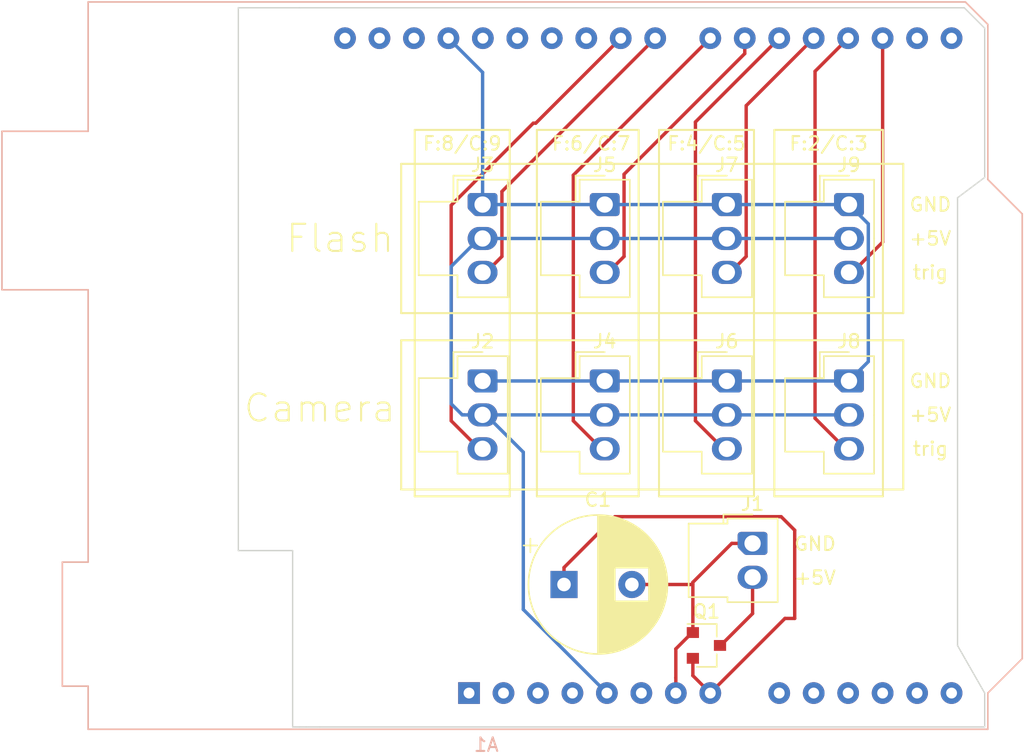
<source format=kicad_pcb>
(kicad_pcb (version 20171130) (host pcbnew 5.1.1-8be2ce7~80~ubuntu18.04.1)

  (general
    (thickness 1.6)
    (drawings 53)
    (tracks 79)
    (zones 0)
    (modules 12)
    (nets 34)
  )

  (page A4)
  (layers
    (0 F.Cu signal)
    (31 B.Cu signal)
    (32 B.Adhes user)
    (33 F.Adhes user)
    (34 B.Paste user)
    (35 F.Paste user)
    (36 B.SilkS user)
    (37 F.SilkS user)
    (38 B.Mask user)
    (39 F.Mask user)
    (40 Dwgs.User user)
    (41 Cmts.User user)
    (42 Eco1.User user)
    (43 Eco2.User user)
    (44 Edge.Cuts user)
    (45 Margin user)
    (46 B.CrtYd user)
    (47 F.CrtYd user)
    (48 B.Fab user)
    (49 F.Fab user)
  )

  (setup
    (last_trace_width 0.25)
    (trace_clearance 0.2)
    (zone_clearance 0.508)
    (zone_45_only no)
    (trace_min 0.2)
    (via_size 0.8)
    (via_drill 0.4)
    (via_min_size 0.4)
    (via_min_drill 0.3)
    (uvia_size 0.3)
    (uvia_drill 0.1)
    (uvias_allowed no)
    (uvia_min_size 0.2)
    (uvia_min_drill 0.1)
    (edge_width 0.1)
    (segment_width 0.2)
    (pcb_text_width 0.3)
    (pcb_text_size 1.5 1.5)
    (mod_edge_width 0.15)
    (mod_text_size 1 1)
    (mod_text_width 0.15)
    (pad_size 1.6 1.6)
    (pad_drill 0.8)
    (pad_to_mask_clearance 0)
    (aux_axis_origin 0 0)
    (visible_elements FFFFFF7F)
    (pcbplotparams
      (layerselection 0x010fc_ffffffff)
      (usegerberextensions false)
      (usegerberattributes false)
      (usegerberadvancedattributes false)
      (creategerberjobfile false)
      (excludeedgelayer true)
      (linewidth 0.100000)
      (plotframeref false)
      (viasonmask false)
      (mode 1)
      (useauxorigin false)
      (hpglpennumber 1)
      (hpglpenspeed 20)
      (hpglpendiameter 15.000000)
      (psnegative false)
      (psa4output false)
      (plotreference true)
      (plotvalue true)
      (plotinvisibletext false)
      (padsonsilk false)
      (subtractmaskfromsilk false)
      (outputformat 1)
      (mirror false)
      (drillshape 0)
      (scaleselection 1)
      (outputdirectory ""))
  )

  (net 0 "")
  (net 1 "Net-(A1-Pad32)")
  (net 2 "Net-(A1-Pad31)")
  (net 3 "Net-(A1-Pad1)")
  (net 4 "Net-(A1-Pad17)")
  (net 5 "Net-(A1-Pad2)")
  (net 6 "Net-(A1-Pad18)")
  (net 7 "Net-(A1-Pad3)")
  (net 8 "Net-(A1-Pad19)")
  (net 9 "Net-(A1-Pad4)")
  (net 10 "Net-(A1-Pad20)")
  (net 11 "Net-(A1-Pad29)")
  (net 12 "Net-(A1-Pad21)")
  (net 13 "Net-(A1-Pad6)")
  (net 14 "Net-(A1-Pad22)")
  (net 15 "Net-(A1-Pad7)")
  (net 16 "Net-(A1-Pad23)")
  (net 17 "Net-(A1-Pad8)")
  (net 18 "Net-(A1-Pad24)")
  (net 19 "Net-(A1-Pad9)")
  (net 20 "Net-(A1-Pad25)")
  (net 21 "Net-(A1-Pad10)")
  (net 22 "Net-(A1-Pad26)")
  (net 23 "Net-(A1-Pad11)")
  (net 24 "Net-(A1-Pad27)")
  (net 25 "Net-(A1-Pad12)")
  (net 26 "Net-(A1-Pad28)")
  (net 27 "Net-(A1-Pad13)")
  (net 28 "Net-(A1-Pad14)")
  (net 29 "Net-(A1-Pad30)")
  (net 30 "Net-(A1-Pad15)")
  (net 31 "Net-(A1-Pad16)")
  (net 32 "Net-(J3-Pad2)")
  (net 33 "Net-(J1-Pad2)")

  (net_class Default "This is the default net class."
    (clearance 0.2)
    (trace_width 0.25)
    (via_dia 0.8)
    (via_drill 0.4)
    (uvia_dia 0.3)
    (uvia_drill 0.1)
    (add_net "Net-(A1-Pad1)")
    (add_net "Net-(A1-Pad10)")
    (add_net "Net-(A1-Pad11)")
    (add_net "Net-(A1-Pad12)")
    (add_net "Net-(A1-Pad13)")
    (add_net "Net-(A1-Pad14)")
    (add_net "Net-(A1-Pad15)")
    (add_net "Net-(A1-Pad16)")
    (add_net "Net-(A1-Pad17)")
    (add_net "Net-(A1-Pad18)")
    (add_net "Net-(A1-Pad19)")
    (add_net "Net-(A1-Pad2)")
    (add_net "Net-(A1-Pad20)")
    (add_net "Net-(A1-Pad21)")
    (add_net "Net-(A1-Pad22)")
    (add_net "Net-(A1-Pad23)")
    (add_net "Net-(A1-Pad24)")
    (add_net "Net-(A1-Pad25)")
    (add_net "Net-(A1-Pad26)")
    (add_net "Net-(A1-Pad27)")
    (add_net "Net-(A1-Pad28)")
    (add_net "Net-(A1-Pad29)")
    (add_net "Net-(A1-Pad3)")
    (add_net "Net-(A1-Pad30)")
    (add_net "Net-(A1-Pad31)")
    (add_net "Net-(A1-Pad32)")
    (add_net "Net-(A1-Pad4)")
    (add_net "Net-(A1-Pad6)")
    (add_net "Net-(A1-Pad7)")
    (add_net "Net-(A1-Pad8)")
    (add_net "Net-(A1-Pad9)")
    (add_net "Net-(J1-Pad2)")
    (add_net "Net-(J3-Pad2)")
  )

  (module Connector_Molex:Molex_Nano-Fit_105309-xx03_1x03_P2.50mm_Vertical (layer F.Cu) (tedit 5CC16C62) (tstamp 5CC0EAD6)
    (at 181 127)
    (descr "Molex Nano-Fit Power Connectors, 105309-xx03, 3 Pins per row (http://www.molex.com/pdm_docs/sd/1053091203_sd.pdf), generated with kicad-footprint-generator")
    (tags "connector Molex Nano-Fit side entry")
    (path /5CC212D6)
    (fp_text reference J2 (at 0 -2.92) (layer F.SilkS)
      (effects (font (size 1 1) (thickness 0.15)))
    )
    (fp_text value Conn_01x03 (at 0 7.92) (layer F.Fab)
      (effects (font (size 1 1) (thickness 0.15)))
    )
    (fp_line (start 1.74 2.5) (end 1.74 -1.72) (layer F.Fab) (width 0.1))
    (fp_line (start 1.74 -1.72) (end -1.74 -1.72) (layer F.Fab) (width 0.1))
    (fp_line (start -1.74 -1.72) (end -1.74 -0.1) (layer F.Fab) (width 0.1))
    (fp_line (start -1.74 -0.1) (end -4.6 -0.1) (layer F.Fab) (width 0.1))
    (fp_line (start -4.6 -0.1) (end -4.6 2.5) (layer F.Fab) (width 0.1))
    (fp_line (start 1.74 2.5) (end 1.74 6.72) (layer F.Fab) (width 0.1))
    (fp_line (start 1.74 6.72) (end -1.74 6.72) (layer F.Fab) (width 0.1))
    (fp_line (start -1.74 6.72) (end -1.74 5.1) (layer F.Fab) (width 0.1))
    (fp_line (start -1.74 5.1) (end -4.6 5.1) (layer F.Fab) (width 0.1))
    (fp_line (start -4.6 5.1) (end -4.6 2.5) (layer F.Fab) (width 0.1))
    (fp_line (start 1.85 2.5) (end 1.85 -1.83) (layer F.SilkS) (width 0.12))
    (fp_line (start 1.85 -1.83) (end -1.85 -1.83) (layer F.SilkS) (width 0.12))
    (fp_line (start -1.85 -1.83) (end -1.85 -0.21) (layer F.SilkS) (width 0.12))
    (fp_line (start -1.85 -0.21) (end -4.71 -0.21) (layer F.SilkS) (width 0.12))
    (fp_line (start -4.71 -0.21) (end -4.71 2.5) (layer F.SilkS) (width 0.12))
    (fp_line (start 1.85 2.5) (end 1.85 6.83) (layer F.SilkS) (width 0.12))
    (fp_line (start 1.85 6.83) (end -1.85 6.83) (layer F.SilkS) (width 0.12))
    (fp_line (start -1.85 6.83) (end -1.85 5.21) (layer F.SilkS) (width 0.12))
    (fp_line (start -1.85 5.21) (end -4.71 5.21) (layer F.SilkS) (width 0.12))
    (fp_line (start -4.71 5.21) (end -4.71 2.5) (layer F.SilkS) (width 0.12))
    (fp_line (start 2.24 2.5) (end 2.24 -2.22) (layer F.CrtYd) (width 0.05))
    (fp_line (start 2.24 -2.22) (end -2.24 -2.22) (layer F.CrtYd) (width 0.05))
    (fp_line (start -2.24 -2.22) (end -2.24 -0.6) (layer F.CrtYd) (width 0.05))
    (fp_line (start -2.24 -0.6) (end -5.1 -0.6) (layer F.CrtYd) (width 0.05))
    (fp_line (start -5.1 -0.6) (end -5.1 2.5) (layer F.CrtYd) (width 0.05))
    (fp_line (start 2.24 2.5) (end 2.24 7.22) (layer F.CrtYd) (width 0.05))
    (fp_line (start 2.24 7.22) (end -2.24 7.22) (layer F.CrtYd) (width 0.05))
    (fp_line (start -2.24 7.22) (end -2.24 5.6) (layer F.CrtYd) (width 0.05))
    (fp_line (start -2.24 5.6) (end -5.1 5.6) (layer F.CrtYd) (width 0.05))
    (fp_line (start -5.1 5.6) (end -5.1 2.5) (layer F.CrtYd) (width 0.05))
    (fp_line (start -4.1 0.4) (end -4.1 4.6) (layer F.Fab) (width 0.1))
    (fp_line (start -4.1 4.6) (end -2.02 4.6) (layer F.Fab) (width 0.1))
    (fp_line (start -2.02 4.6) (end -2.02 0.4) (layer F.Fab) (width 0.1))
    (fp_line (start -2.02 0.4) (end -4.1 0.4) (layer F.Fab) (width 0.1))
    (fp_line (start 0 -2.13) (end -2.15 -2.13) (layer F.SilkS) (width 0.12))
    (fp_line (start -2.15 -2.13) (end -2.15 -0.21) (layer F.SilkS) (width 0.12))
    (fp_line (start -0.5 -1.72) (end 0 -1.012893) (layer F.Fab) (width 0.1))
    (fp_line (start 0 -1.012893) (end 0.5 -1.72) (layer F.Fab) (width 0.1))
    (fp_text user %R (at 1.1 2.5 90) (layer F.Fab)
      (effects (font (size 0.87 0.87) (thickness 0.13)))
    )
    (pad 1 thru_hole custom (at 0 0) (size 1.417157 1.417157) (drill 1.2) (layers *.Cu *.Mask)
      (net 11 "Net-(A1-Pad29)") (zone_connect 0)
      (options (clearance outline) (anchor circle))
      (primitives
        (gr_poly (pts
           (xy -0.85 -0.6) (xy 0.85 -0.6) (xy 0.85 0.6) (xy -0.45 0.6) (xy -0.85 0.2)
) (width 0.5))
      ))
    (pad 2 thru_hole oval (at 0 2.5) (size 2.2 1.7) (drill 1.2) (layers *.Cu *.Mask)
      (net 32 "Net-(J3-Pad2)"))
    (pad 3 thru_hole oval (at 0 5) (size 2.2 1.7) (drill 1.2) (layers *.Cu *.Mask)
      (net 18 "Net-(A1-Pad24)"))
    (pad "" np_thru_hole circle (at -1.34 1.25) (size 1.3 1.3) (drill 1.3) (layers *.Cu *.Mask))
    (model ${KISYS3DMOD}/Connector_Molex.3dshapes/Molex_Nano-Fit_105309-xx03_1x03_P2.50mm_Vertical.wrl
      (at (xyz 0 0 0))
      (scale (xyz 1 1 1))
      (rotate (xyz 0 0 0))
    )
  )

  (module Connector_Molex:Molex_Nano-Fit_105309-xx03_1x03_P2.50mm_Vertical (layer F.Cu) (tedit 5B7830BB) (tstamp 5CC0EB34)
    (at 190 127)
    (descr "Molex Nano-Fit Power Connectors, 105309-xx03, 3 Pins per row (http://www.molex.com/pdm_docs/sd/1053091203_sd.pdf), generated with kicad-footprint-generator")
    (tags "connector Molex Nano-Fit side entry")
    (path /5CC212E2)
    (fp_text reference J4 (at 0 -2.92) (layer F.SilkS)
      (effects (font (size 1 1) (thickness 0.15)))
    )
    (fp_text value Conn_01x03 (at 0 7.92) (layer F.Fab)
      (effects (font (size 1 1) (thickness 0.15)))
    )
    (fp_line (start 1.74 2.5) (end 1.74 -1.72) (layer F.Fab) (width 0.1))
    (fp_line (start 1.74 -1.72) (end -1.74 -1.72) (layer F.Fab) (width 0.1))
    (fp_line (start -1.74 -1.72) (end -1.74 -0.1) (layer F.Fab) (width 0.1))
    (fp_line (start -1.74 -0.1) (end -4.6 -0.1) (layer F.Fab) (width 0.1))
    (fp_line (start -4.6 -0.1) (end -4.6 2.5) (layer F.Fab) (width 0.1))
    (fp_line (start 1.74 2.5) (end 1.74 6.72) (layer F.Fab) (width 0.1))
    (fp_line (start 1.74 6.72) (end -1.74 6.72) (layer F.Fab) (width 0.1))
    (fp_line (start -1.74 6.72) (end -1.74 5.1) (layer F.Fab) (width 0.1))
    (fp_line (start -1.74 5.1) (end -4.6 5.1) (layer F.Fab) (width 0.1))
    (fp_line (start -4.6 5.1) (end -4.6 2.5) (layer F.Fab) (width 0.1))
    (fp_line (start 1.85 2.5) (end 1.85 -1.83) (layer F.SilkS) (width 0.12))
    (fp_line (start 1.85 -1.83) (end -1.85 -1.83) (layer F.SilkS) (width 0.12))
    (fp_line (start -1.85 -1.83) (end -1.85 -0.21) (layer F.SilkS) (width 0.12))
    (fp_line (start -1.85 -0.21) (end -4.71 -0.21) (layer F.SilkS) (width 0.12))
    (fp_line (start -4.71 -0.21) (end -4.71 2.5) (layer F.SilkS) (width 0.12))
    (fp_line (start 1.85 2.5) (end 1.85 6.83) (layer F.SilkS) (width 0.12))
    (fp_line (start 1.85 6.83) (end -1.85 6.83) (layer F.SilkS) (width 0.12))
    (fp_line (start -1.85 6.83) (end -1.85 5.21) (layer F.SilkS) (width 0.12))
    (fp_line (start -1.85 5.21) (end -4.71 5.21) (layer F.SilkS) (width 0.12))
    (fp_line (start -4.71 5.21) (end -4.71 2.5) (layer F.SilkS) (width 0.12))
    (fp_line (start 2.24 2.5) (end 2.24 -2.22) (layer F.CrtYd) (width 0.05))
    (fp_line (start 2.24 -2.22) (end -2.24 -2.22) (layer F.CrtYd) (width 0.05))
    (fp_line (start -2.24 -2.22) (end -2.24 -0.6) (layer F.CrtYd) (width 0.05))
    (fp_line (start -2.24 -0.6) (end -5.1 -0.6) (layer F.CrtYd) (width 0.05))
    (fp_line (start -5.1 -0.6) (end -5.1 2.5) (layer F.CrtYd) (width 0.05))
    (fp_line (start 2.24 2.5) (end 2.24 7.22) (layer F.CrtYd) (width 0.05))
    (fp_line (start 2.24 7.22) (end -2.24 7.22) (layer F.CrtYd) (width 0.05))
    (fp_line (start -2.24 7.22) (end -2.24 5.6) (layer F.CrtYd) (width 0.05))
    (fp_line (start -2.24 5.6) (end -5.1 5.6) (layer F.CrtYd) (width 0.05))
    (fp_line (start -5.1 5.6) (end -5.1 2.5) (layer F.CrtYd) (width 0.05))
    (fp_line (start -4.1 0.4) (end -4.1 4.6) (layer F.Fab) (width 0.1))
    (fp_line (start -4.1 4.6) (end -2.02 4.6) (layer F.Fab) (width 0.1))
    (fp_line (start -2.02 4.6) (end -2.02 0.4) (layer F.Fab) (width 0.1))
    (fp_line (start -2.02 0.4) (end -4.1 0.4) (layer F.Fab) (width 0.1))
    (fp_line (start 0 -2.13) (end -2.15 -2.13) (layer F.SilkS) (width 0.12))
    (fp_line (start -2.15 -2.13) (end -2.15 -0.21) (layer F.SilkS) (width 0.12))
    (fp_line (start -0.5 -1.72) (end 0 -1.012893) (layer F.Fab) (width 0.1))
    (fp_line (start 0 -1.012893) (end 0.5 -1.72) (layer F.Fab) (width 0.1))
    (fp_text user %R (at 1.1 2.5 90) (layer F.Fab)
      (effects (font (size 0.87 0.87) (thickness 0.13)))
    )
    (pad 1 thru_hole custom (at 0 0) (size 1.417157 1.417157) (drill 1.2) (layers *.Cu *.Mask)
      (net 11 "Net-(A1-Pad29)")
      (options (clearance outline) (anchor circle))
      (primitives
        (gr_poly (pts
           (xy -0.85 -0.6) (xy 0.85 -0.6) (xy 0.85 0.6) (xy -0.45 0.6) (xy -0.85 0.2)
) (width 0.5))
      ))
    (pad 2 thru_hole oval (at 0 2.5) (size 2.2 1.7) (drill 1.2) (layers *.Cu *.Mask)
      (net 32 "Net-(J3-Pad2)"))
    (pad 3 thru_hole oval (at 0 5) (size 2.2 1.7) (drill 1.2) (layers *.Cu *.Mask)
      (net 14 "Net-(A1-Pad22)"))
    (pad "" np_thru_hole circle (at -1.34 1.25) (size 1.3 1.3) (drill 1.3) (layers *.Cu *.Mask))
    (model ${KISYS3DMOD}/Connector_Molex.3dshapes/Molex_Nano-Fit_105309-xx03_1x03_P2.50mm_Vertical.wrl
      (at (xyz 0 0 0))
      (scale (xyz 1 1 1))
      (rotate (xyz 0 0 0))
    )
  )

  (module Connector_Molex:Molex_Nano-Fit_105309-xx03_1x03_P2.50mm_Vertical (layer F.Cu) (tedit 5B7830BB) (tstamp 5CC0EB63)
    (at 190 114)
    (descr "Molex Nano-Fit Power Connectors, 105309-xx03, 3 Pins per row (http://www.molex.com/pdm_docs/sd/1053091203_sd.pdf), generated with kicad-footprint-generator")
    (tags "connector Molex Nano-Fit side entry")
    (path /5CC212E8)
    (fp_text reference J5 (at 0 -2.92) (layer F.SilkS)
      (effects (font (size 1 1) (thickness 0.15)))
    )
    (fp_text value Conn_01x03 (at 0 7.92) (layer F.Fab)
      (effects (font (size 1 1) (thickness 0.15)))
    )
    (fp_text user %R (at 1.1 2.5 90) (layer F.Fab)
      (effects (font (size 0.87 0.87) (thickness 0.13)))
    )
    (fp_line (start 0 -1.012893) (end 0.5 -1.72) (layer F.Fab) (width 0.1))
    (fp_line (start -0.5 -1.72) (end 0 -1.012893) (layer F.Fab) (width 0.1))
    (fp_line (start -2.15 -2.13) (end -2.15 -0.21) (layer F.SilkS) (width 0.12))
    (fp_line (start 0 -2.13) (end -2.15 -2.13) (layer F.SilkS) (width 0.12))
    (fp_line (start -2.02 0.4) (end -4.1 0.4) (layer F.Fab) (width 0.1))
    (fp_line (start -2.02 4.6) (end -2.02 0.4) (layer F.Fab) (width 0.1))
    (fp_line (start -4.1 4.6) (end -2.02 4.6) (layer F.Fab) (width 0.1))
    (fp_line (start -4.1 0.4) (end -4.1 4.6) (layer F.Fab) (width 0.1))
    (fp_line (start -5.1 5.6) (end -5.1 2.5) (layer F.CrtYd) (width 0.05))
    (fp_line (start -2.24 5.6) (end -5.1 5.6) (layer F.CrtYd) (width 0.05))
    (fp_line (start -2.24 7.22) (end -2.24 5.6) (layer F.CrtYd) (width 0.05))
    (fp_line (start 2.24 7.22) (end -2.24 7.22) (layer F.CrtYd) (width 0.05))
    (fp_line (start 2.24 2.5) (end 2.24 7.22) (layer F.CrtYd) (width 0.05))
    (fp_line (start -5.1 -0.6) (end -5.1 2.5) (layer F.CrtYd) (width 0.05))
    (fp_line (start -2.24 -0.6) (end -5.1 -0.6) (layer F.CrtYd) (width 0.05))
    (fp_line (start -2.24 -2.22) (end -2.24 -0.6) (layer F.CrtYd) (width 0.05))
    (fp_line (start 2.24 -2.22) (end -2.24 -2.22) (layer F.CrtYd) (width 0.05))
    (fp_line (start 2.24 2.5) (end 2.24 -2.22) (layer F.CrtYd) (width 0.05))
    (fp_line (start -4.71 5.21) (end -4.71 2.5) (layer F.SilkS) (width 0.12))
    (fp_line (start -1.85 5.21) (end -4.71 5.21) (layer F.SilkS) (width 0.12))
    (fp_line (start -1.85 6.83) (end -1.85 5.21) (layer F.SilkS) (width 0.12))
    (fp_line (start 1.85 6.83) (end -1.85 6.83) (layer F.SilkS) (width 0.12))
    (fp_line (start 1.85 2.5) (end 1.85 6.83) (layer F.SilkS) (width 0.12))
    (fp_line (start -4.71 -0.21) (end -4.71 2.5) (layer F.SilkS) (width 0.12))
    (fp_line (start -1.85 -0.21) (end -4.71 -0.21) (layer F.SilkS) (width 0.12))
    (fp_line (start -1.85 -1.83) (end -1.85 -0.21) (layer F.SilkS) (width 0.12))
    (fp_line (start 1.85 -1.83) (end -1.85 -1.83) (layer F.SilkS) (width 0.12))
    (fp_line (start 1.85 2.5) (end 1.85 -1.83) (layer F.SilkS) (width 0.12))
    (fp_line (start -4.6 5.1) (end -4.6 2.5) (layer F.Fab) (width 0.1))
    (fp_line (start -1.74 5.1) (end -4.6 5.1) (layer F.Fab) (width 0.1))
    (fp_line (start -1.74 6.72) (end -1.74 5.1) (layer F.Fab) (width 0.1))
    (fp_line (start 1.74 6.72) (end -1.74 6.72) (layer F.Fab) (width 0.1))
    (fp_line (start 1.74 2.5) (end 1.74 6.72) (layer F.Fab) (width 0.1))
    (fp_line (start -4.6 -0.1) (end -4.6 2.5) (layer F.Fab) (width 0.1))
    (fp_line (start -1.74 -0.1) (end -4.6 -0.1) (layer F.Fab) (width 0.1))
    (fp_line (start -1.74 -1.72) (end -1.74 -0.1) (layer F.Fab) (width 0.1))
    (fp_line (start 1.74 -1.72) (end -1.74 -1.72) (layer F.Fab) (width 0.1))
    (fp_line (start 1.74 2.5) (end 1.74 -1.72) (layer F.Fab) (width 0.1))
    (pad "" np_thru_hole circle (at -1.34 1.25) (size 1.3 1.3) (drill 1.3) (layers *.Cu *.Mask))
    (pad 3 thru_hole oval (at 0 5) (size 2.2 1.7) (drill 1.2) (layers *.Cu *.Mask)
      (net 12 "Net-(A1-Pad21)"))
    (pad 2 thru_hole oval (at 0 2.5) (size 2.2 1.7) (drill 1.2) (layers *.Cu *.Mask)
      (net 32 "Net-(J3-Pad2)"))
    (pad 1 thru_hole custom (at 0 0) (size 1.417157 1.417157) (drill 1.2) (layers *.Cu *.Mask)
      (net 11 "Net-(A1-Pad29)")
      (options (clearance outline) (anchor circle))
      (primitives
        (gr_poly (pts
           (xy -0.85 -0.6) (xy 0.85 -0.6) (xy 0.85 0.6) (xy -0.45 0.6) (xy -0.85 0.2)
) (width 0.5))
      ))
    (model ${KISYS3DMOD}/Connector_Molex.3dshapes/Molex_Nano-Fit_105309-xx03_1x03_P2.50mm_Vertical.wrl
      (at (xyz 0 0 0))
      (scale (xyz 1 1 1))
      (rotate (xyz 0 0 0))
    )
  )

  (module Connector_Molex:Molex_Nano-Fit_105309-xx03_1x03_P2.50mm_Vertical (layer F.Cu) (tedit 5B7830BB) (tstamp 5CC0EB92)
    (at 199 127)
    (descr "Molex Nano-Fit Power Connectors, 105309-xx03, 3 Pins per row (http://www.molex.com/pdm_docs/sd/1053091203_sd.pdf), generated with kicad-footprint-generator")
    (tags "connector Molex Nano-Fit side entry")
    (path /5CC0AAA1)
    (fp_text reference J6 (at 0 -2.92) (layer F.SilkS)
      (effects (font (size 1 1) (thickness 0.15)))
    )
    (fp_text value Conn_01x03 (at 0 7.92) (layer F.Fab)
      (effects (font (size 1 1) (thickness 0.15)))
    )
    (fp_line (start 1.74 2.5) (end 1.74 -1.72) (layer F.Fab) (width 0.1))
    (fp_line (start 1.74 -1.72) (end -1.74 -1.72) (layer F.Fab) (width 0.1))
    (fp_line (start -1.74 -1.72) (end -1.74 -0.1) (layer F.Fab) (width 0.1))
    (fp_line (start -1.74 -0.1) (end -4.6 -0.1) (layer F.Fab) (width 0.1))
    (fp_line (start -4.6 -0.1) (end -4.6 2.5) (layer F.Fab) (width 0.1))
    (fp_line (start 1.74 2.5) (end 1.74 6.72) (layer F.Fab) (width 0.1))
    (fp_line (start 1.74 6.72) (end -1.74 6.72) (layer F.Fab) (width 0.1))
    (fp_line (start -1.74 6.72) (end -1.74 5.1) (layer F.Fab) (width 0.1))
    (fp_line (start -1.74 5.1) (end -4.6 5.1) (layer F.Fab) (width 0.1))
    (fp_line (start -4.6 5.1) (end -4.6 2.5) (layer F.Fab) (width 0.1))
    (fp_line (start 1.85 2.5) (end 1.85 -1.83) (layer F.SilkS) (width 0.12))
    (fp_line (start 1.85 -1.83) (end -1.85 -1.83) (layer F.SilkS) (width 0.12))
    (fp_line (start -1.85 -1.83) (end -1.85 -0.21) (layer F.SilkS) (width 0.12))
    (fp_line (start -1.85 -0.21) (end -4.71 -0.21) (layer F.SilkS) (width 0.12))
    (fp_line (start -4.71 -0.21) (end -4.71 2.5) (layer F.SilkS) (width 0.12))
    (fp_line (start 1.85 2.5) (end 1.85 6.83) (layer F.SilkS) (width 0.12))
    (fp_line (start 1.85 6.83) (end -1.85 6.83) (layer F.SilkS) (width 0.12))
    (fp_line (start -1.85 6.83) (end -1.85 5.21) (layer F.SilkS) (width 0.12))
    (fp_line (start -1.85 5.21) (end -4.71 5.21) (layer F.SilkS) (width 0.12))
    (fp_line (start -4.71 5.21) (end -4.71 2.5) (layer F.SilkS) (width 0.12))
    (fp_line (start 2.24 2.5) (end 2.24 -2.22) (layer F.CrtYd) (width 0.05))
    (fp_line (start 2.24 -2.22) (end -2.24 -2.22) (layer F.CrtYd) (width 0.05))
    (fp_line (start -2.24 -2.22) (end -2.24 -0.6) (layer F.CrtYd) (width 0.05))
    (fp_line (start -2.24 -0.6) (end -5.1 -0.6) (layer F.CrtYd) (width 0.05))
    (fp_line (start -5.1 -0.6) (end -5.1 2.5) (layer F.CrtYd) (width 0.05))
    (fp_line (start 2.24 2.5) (end 2.24 7.22) (layer F.CrtYd) (width 0.05))
    (fp_line (start 2.24 7.22) (end -2.24 7.22) (layer F.CrtYd) (width 0.05))
    (fp_line (start -2.24 7.22) (end -2.24 5.6) (layer F.CrtYd) (width 0.05))
    (fp_line (start -2.24 5.6) (end -5.1 5.6) (layer F.CrtYd) (width 0.05))
    (fp_line (start -5.1 5.6) (end -5.1 2.5) (layer F.CrtYd) (width 0.05))
    (fp_line (start -4.1 0.4) (end -4.1 4.6) (layer F.Fab) (width 0.1))
    (fp_line (start -4.1 4.6) (end -2.02 4.6) (layer F.Fab) (width 0.1))
    (fp_line (start -2.02 4.6) (end -2.02 0.4) (layer F.Fab) (width 0.1))
    (fp_line (start -2.02 0.4) (end -4.1 0.4) (layer F.Fab) (width 0.1))
    (fp_line (start 0 -2.13) (end -2.15 -2.13) (layer F.SilkS) (width 0.12))
    (fp_line (start -2.15 -2.13) (end -2.15 -0.21) (layer F.SilkS) (width 0.12))
    (fp_line (start -0.5 -1.72) (end 0 -1.012893) (layer F.Fab) (width 0.1))
    (fp_line (start 0 -1.012893) (end 0.5 -1.72) (layer F.Fab) (width 0.1))
    (fp_text user %R (at 1.1 2.5 90) (layer F.Fab)
      (effects (font (size 0.87 0.87) (thickness 0.13)))
    )
    (pad 1 thru_hole custom (at 0 0) (size 1.417157 1.417157) (drill 1.2) (layers *.Cu *.Mask)
      (net 11 "Net-(A1-Pad29)")
      (options (clearance outline) (anchor circle))
      (primitives
        (gr_poly (pts
           (xy -0.85 -0.6) (xy 0.85 -0.6) (xy 0.85 0.6) (xy -0.45 0.6) (xy -0.85 0.2)
) (width 0.5))
      ))
    (pad 2 thru_hole oval (at 0 2.5) (size 2.2 1.7) (drill 1.2) (layers *.Cu *.Mask)
      (net 32 "Net-(J3-Pad2)"))
    (pad 3 thru_hole oval (at 0 5) (size 2.2 1.7) (drill 1.2) (layers *.Cu *.Mask)
      (net 10 "Net-(A1-Pad20)"))
    (pad "" np_thru_hole circle (at -1.34 1.25) (size 1.3 1.3) (drill 1.3) (layers *.Cu *.Mask))
    (model ${KISYS3DMOD}/Connector_Molex.3dshapes/Molex_Nano-Fit_105309-xx03_1x03_P2.50mm_Vertical.wrl
      (at (xyz 0 0 0))
      (scale (xyz 1 1 1))
      (rotate (xyz 0 0 0))
    )
  )

  (module Connector_Molex:Molex_Nano-Fit_105309-xx03_1x03_P2.50mm_Vertical (layer F.Cu) (tedit 5B7830BB) (tstamp 5CC0EBC1)
    (at 199 114)
    (descr "Molex Nano-Fit Power Connectors, 105309-xx03, 3 Pins per row (http://www.molex.com/pdm_docs/sd/1053091203_sd.pdf), generated with kicad-footprint-generator")
    (tags "connector Molex Nano-Fit side entry")
    (path /5CC0C924)
    (fp_text reference J7 (at 0 -2.92) (layer F.SilkS)
      (effects (font (size 1 1) (thickness 0.15)))
    )
    (fp_text value Conn_01x03 (at 0 7.92) (layer F.Fab)
      (effects (font (size 1 1) (thickness 0.15)))
    )
    (fp_text user %R (at 1.1 2.5 90) (layer F.Fab)
      (effects (font (size 0.87 0.87) (thickness 0.13)))
    )
    (fp_line (start 0 -1.012893) (end 0.5 -1.72) (layer F.Fab) (width 0.1))
    (fp_line (start -0.5 -1.72) (end 0 -1.012893) (layer F.Fab) (width 0.1))
    (fp_line (start -2.15 -2.13) (end -2.15 -0.21) (layer F.SilkS) (width 0.12))
    (fp_line (start 0 -2.13) (end -2.15 -2.13) (layer F.SilkS) (width 0.12))
    (fp_line (start -2.02 0.4) (end -4.1 0.4) (layer F.Fab) (width 0.1))
    (fp_line (start -2.02 4.6) (end -2.02 0.4) (layer F.Fab) (width 0.1))
    (fp_line (start -4.1 4.6) (end -2.02 4.6) (layer F.Fab) (width 0.1))
    (fp_line (start -4.1 0.4) (end -4.1 4.6) (layer F.Fab) (width 0.1))
    (fp_line (start -5.1 5.6) (end -5.1 2.5) (layer F.CrtYd) (width 0.05))
    (fp_line (start -2.24 5.6) (end -5.1 5.6) (layer F.CrtYd) (width 0.05))
    (fp_line (start -2.24 7.22) (end -2.24 5.6) (layer F.CrtYd) (width 0.05))
    (fp_line (start 2.24 7.22) (end -2.24 7.22) (layer F.CrtYd) (width 0.05))
    (fp_line (start 2.24 2.5) (end 2.24 7.22) (layer F.CrtYd) (width 0.05))
    (fp_line (start -5.1 -0.6) (end -5.1 2.5) (layer F.CrtYd) (width 0.05))
    (fp_line (start -2.24 -0.6) (end -5.1 -0.6) (layer F.CrtYd) (width 0.05))
    (fp_line (start -2.24 -2.22) (end -2.24 -0.6) (layer F.CrtYd) (width 0.05))
    (fp_line (start 2.24 -2.22) (end -2.24 -2.22) (layer F.CrtYd) (width 0.05))
    (fp_line (start 2.24 2.5) (end 2.24 -2.22) (layer F.CrtYd) (width 0.05))
    (fp_line (start -4.71 5.21) (end -4.71 2.5) (layer F.SilkS) (width 0.12))
    (fp_line (start -1.85 5.21) (end -4.71 5.21) (layer F.SilkS) (width 0.12))
    (fp_line (start -1.85 6.83) (end -1.85 5.21) (layer F.SilkS) (width 0.12))
    (fp_line (start 1.85 6.83) (end -1.85 6.83) (layer F.SilkS) (width 0.12))
    (fp_line (start 1.85 2.5) (end 1.85 6.83) (layer F.SilkS) (width 0.12))
    (fp_line (start -4.71 -0.21) (end -4.71 2.5) (layer F.SilkS) (width 0.12))
    (fp_line (start -1.85 -0.21) (end -4.71 -0.21) (layer F.SilkS) (width 0.12))
    (fp_line (start -1.85 -1.83) (end -1.85 -0.21) (layer F.SilkS) (width 0.12))
    (fp_line (start 1.85 -1.83) (end -1.85 -1.83) (layer F.SilkS) (width 0.12))
    (fp_line (start 1.85 2.5) (end 1.85 -1.83) (layer F.SilkS) (width 0.12))
    (fp_line (start -4.6 5.1) (end -4.6 2.5) (layer F.Fab) (width 0.1))
    (fp_line (start -1.74 5.1) (end -4.6 5.1) (layer F.Fab) (width 0.1))
    (fp_line (start -1.74 6.72) (end -1.74 5.1) (layer F.Fab) (width 0.1))
    (fp_line (start 1.74 6.72) (end -1.74 6.72) (layer F.Fab) (width 0.1))
    (fp_line (start 1.74 2.5) (end 1.74 6.72) (layer F.Fab) (width 0.1))
    (fp_line (start -4.6 -0.1) (end -4.6 2.5) (layer F.Fab) (width 0.1))
    (fp_line (start -1.74 -0.1) (end -4.6 -0.1) (layer F.Fab) (width 0.1))
    (fp_line (start -1.74 -1.72) (end -1.74 -0.1) (layer F.Fab) (width 0.1))
    (fp_line (start 1.74 -1.72) (end -1.74 -1.72) (layer F.Fab) (width 0.1))
    (fp_line (start 1.74 2.5) (end 1.74 -1.72) (layer F.Fab) (width 0.1))
    (pad "" np_thru_hole circle (at -1.34 1.25) (size 1.3 1.3) (drill 1.3) (layers *.Cu *.Mask))
    (pad 3 thru_hole oval (at 0 5) (size 2.2 1.7) (drill 1.2) (layers *.Cu *.Mask)
      (net 8 "Net-(A1-Pad19)"))
    (pad 2 thru_hole oval (at 0 2.5) (size 2.2 1.7) (drill 1.2) (layers *.Cu *.Mask)
      (net 32 "Net-(J3-Pad2)"))
    (pad 1 thru_hole custom (at 0 0) (size 1.417157 1.417157) (drill 1.2) (layers *.Cu *.Mask)
      (net 11 "Net-(A1-Pad29)")
      (options (clearance outline) (anchor circle))
      (primitives
        (gr_poly (pts
           (xy -0.85 -0.6) (xy 0.85 -0.6) (xy 0.85 0.6) (xy -0.45 0.6) (xy -0.85 0.2)
) (width 0.5))
      ))
    (model ${KISYS3DMOD}/Connector_Molex.3dshapes/Molex_Nano-Fit_105309-xx03_1x03_P2.50mm_Vertical.wrl
      (at (xyz 0 0 0))
      (scale (xyz 1 1 1))
      (rotate (xyz 0 0 0))
    )
  )

  (module Connector_Molex:Molex_Nano-Fit_105309-xx03_1x03_P2.50mm_Vertical (layer F.Cu) (tedit 5B7830BB) (tstamp 5CC0EC1F)
    (at 208 114)
    (descr "Molex Nano-Fit Power Connectors, 105309-xx03, 3 Pins per row (http://www.molex.com/pdm_docs/sd/1053091203_sd.pdf), generated with kicad-footprint-generator")
    (tags "connector Molex Nano-Fit side entry")
    (path /5CC0D0FA)
    (fp_text reference J9 (at 0 -2.92) (layer F.SilkS)
      (effects (font (size 1 1) (thickness 0.15)))
    )
    (fp_text value Conn_01x03 (at 0 7.92) (layer F.Fab)
      (effects (font (size 1 1) (thickness 0.15)))
    )
    (fp_text user %R (at 1.1 2.5 90) (layer F.Fab)
      (effects (font (size 0.87 0.87) (thickness 0.13)))
    )
    (fp_line (start 0 -1.012893) (end 0.5 -1.72) (layer F.Fab) (width 0.1))
    (fp_line (start -0.5 -1.72) (end 0 -1.012893) (layer F.Fab) (width 0.1))
    (fp_line (start -2.15 -2.13) (end -2.15 -0.21) (layer F.SilkS) (width 0.12))
    (fp_line (start 0 -2.13) (end -2.15 -2.13) (layer F.SilkS) (width 0.12))
    (fp_line (start -2.02 0.4) (end -4.1 0.4) (layer F.Fab) (width 0.1))
    (fp_line (start -2.02 4.6) (end -2.02 0.4) (layer F.Fab) (width 0.1))
    (fp_line (start -4.1 4.6) (end -2.02 4.6) (layer F.Fab) (width 0.1))
    (fp_line (start -4.1 0.4) (end -4.1 4.6) (layer F.Fab) (width 0.1))
    (fp_line (start -5.1 5.6) (end -5.1 2.5) (layer F.CrtYd) (width 0.05))
    (fp_line (start -2.24 5.6) (end -5.1 5.6) (layer F.CrtYd) (width 0.05))
    (fp_line (start -2.24 7.22) (end -2.24 5.6) (layer F.CrtYd) (width 0.05))
    (fp_line (start 2.24 7.22) (end -2.24 7.22) (layer F.CrtYd) (width 0.05))
    (fp_line (start 2.24 2.5) (end 2.24 7.22) (layer F.CrtYd) (width 0.05))
    (fp_line (start -5.1 -0.6) (end -5.1 2.5) (layer F.CrtYd) (width 0.05))
    (fp_line (start -2.24 -0.6) (end -5.1 -0.6) (layer F.CrtYd) (width 0.05))
    (fp_line (start -2.24 -2.22) (end -2.24 -0.6) (layer F.CrtYd) (width 0.05))
    (fp_line (start 2.24 -2.22) (end -2.24 -2.22) (layer F.CrtYd) (width 0.05))
    (fp_line (start 2.24 2.5) (end 2.24 -2.22) (layer F.CrtYd) (width 0.05))
    (fp_line (start -4.71 5.21) (end -4.71 2.5) (layer F.SilkS) (width 0.12))
    (fp_line (start -1.85 5.21) (end -4.71 5.21) (layer F.SilkS) (width 0.12))
    (fp_line (start -1.85 6.83) (end -1.85 5.21) (layer F.SilkS) (width 0.12))
    (fp_line (start 1.85 6.83) (end -1.85 6.83) (layer F.SilkS) (width 0.12))
    (fp_line (start 1.85 2.5) (end 1.85 6.83) (layer F.SilkS) (width 0.12))
    (fp_line (start -4.71 -0.21) (end -4.71 2.5) (layer F.SilkS) (width 0.12))
    (fp_line (start -1.85 -0.21) (end -4.71 -0.21) (layer F.SilkS) (width 0.12))
    (fp_line (start -1.85 -1.83) (end -1.85 -0.21) (layer F.SilkS) (width 0.12))
    (fp_line (start 1.85 -1.83) (end -1.85 -1.83) (layer F.SilkS) (width 0.12))
    (fp_line (start 1.85 2.5) (end 1.85 -1.83) (layer F.SilkS) (width 0.12))
    (fp_line (start -4.6 5.1) (end -4.6 2.5) (layer F.Fab) (width 0.1))
    (fp_line (start -1.74 5.1) (end -4.6 5.1) (layer F.Fab) (width 0.1))
    (fp_line (start -1.74 6.72) (end -1.74 5.1) (layer F.Fab) (width 0.1))
    (fp_line (start 1.74 6.72) (end -1.74 6.72) (layer F.Fab) (width 0.1))
    (fp_line (start 1.74 2.5) (end 1.74 6.72) (layer F.Fab) (width 0.1))
    (fp_line (start -4.6 -0.1) (end -4.6 2.5) (layer F.Fab) (width 0.1))
    (fp_line (start -1.74 -0.1) (end -4.6 -0.1) (layer F.Fab) (width 0.1))
    (fp_line (start -1.74 -1.72) (end -1.74 -0.1) (layer F.Fab) (width 0.1))
    (fp_line (start 1.74 -1.72) (end -1.74 -1.72) (layer F.Fab) (width 0.1))
    (fp_line (start 1.74 2.5) (end 1.74 -1.72) (layer F.Fab) (width 0.1))
    (pad "" np_thru_hole circle (at -1.34 1.25) (size 1.3 1.3) (drill 1.3) (layers *.Cu *.Mask))
    (pad 3 thru_hole oval (at 0 5) (size 2.2 1.7) (drill 1.2) (layers *.Cu *.Mask)
      (net 4 "Net-(A1-Pad17)"))
    (pad 2 thru_hole oval (at 0 2.5) (size 2.2 1.7) (drill 1.2) (layers *.Cu *.Mask)
      (net 32 "Net-(J3-Pad2)"))
    (pad 1 thru_hole custom (at 0 0) (size 1.417157 1.417157) (drill 1.2) (layers *.Cu *.Mask)
      (net 11 "Net-(A1-Pad29)")
      (options (clearance outline) (anchor circle))
      (primitives
        (gr_poly (pts
           (xy -0.85 -0.6) (xy 0.85 -0.6) (xy 0.85 0.6) (xy -0.45 0.6) (xy -0.85 0.2)
) (width 0.5))
      ))
    (model ${KISYS3DMOD}/Connector_Molex.3dshapes/Molex_Nano-Fit_105309-xx03_1x03_P2.50mm_Vertical.wrl
      (at (xyz 0 0 0))
      (scale (xyz 1 1 1))
      (rotate (xyz 0 0 0))
    )
  )

  (module Connector_Molex:Molex_Nano-Fit_105309-xx03_1x03_P2.50mm_Vertical (layer F.Cu) (tedit 5B7830BB) (tstamp 5CC0EBF0)
    (at 208 127)
    (descr "Molex Nano-Fit Power Connectors, 105309-xx03, 3 Pins per row (http://www.molex.com/pdm_docs/sd/1053091203_sd.pdf), generated with kicad-footprint-generator")
    (tags "connector Molex Nano-Fit side entry")
    (path /5CC0CDFC)
    (fp_text reference J8 (at 0 -2.92) (layer F.SilkS)
      (effects (font (size 1 1) (thickness 0.15)))
    )
    (fp_text value Conn_01x03 (at 0 7.92) (layer F.Fab)
      (effects (font (size 1 1) (thickness 0.15)))
    )
    (fp_line (start 1.74 2.5) (end 1.74 -1.72) (layer F.Fab) (width 0.1))
    (fp_line (start 1.74 -1.72) (end -1.74 -1.72) (layer F.Fab) (width 0.1))
    (fp_line (start -1.74 -1.72) (end -1.74 -0.1) (layer F.Fab) (width 0.1))
    (fp_line (start -1.74 -0.1) (end -4.6 -0.1) (layer F.Fab) (width 0.1))
    (fp_line (start -4.6 -0.1) (end -4.6 2.5) (layer F.Fab) (width 0.1))
    (fp_line (start 1.74 2.5) (end 1.74 6.72) (layer F.Fab) (width 0.1))
    (fp_line (start 1.74 6.72) (end -1.74 6.72) (layer F.Fab) (width 0.1))
    (fp_line (start -1.74 6.72) (end -1.74 5.1) (layer F.Fab) (width 0.1))
    (fp_line (start -1.74 5.1) (end -4.6 5.1) (layer F.Fab) (width 0.1))
    (fp_line (start -4.6 5.1) (end -4.6 2.5) (layer F.Fab) (width 0.1))
    (fp_line (start 1.85 2.5) (end 1.85 -1.83) (layer F.SilkS) (width 0.12))
    (fp_line (start 1.85 -1.83) (end -1.85 -1.83) (layer F.SilkS) (width 0.12))
    (fp_line (start -1.85 -1.83) (end -1.85 -0.21) (layer F.SilkS) (width 0.12))
    (fp_line (start -1.85 -0.21) (end -4.71 -0.21) (layer F.SilkS) (width 0.12))
    (fp_line (start -4.71 -0.21) (end -4.71 2.5) (layer F.SilkS) (width 0.12))
    (fp_line (start 1.85 2.5) (end 1.85 6.83) (layer F.SilkS) (width 0.12))
    (fp_line (start 1.85 6.83) (end -1.85 6.83) (layer F.SilkS) (width 0.12))
    (fp_line (start -1.85 6.83) (end -1.85 5.21) (layer F.SilkS) (width 0.12))
    (fp_line (start -1.85 5.21) (end -4.71 5.21) (layer F.SilkS) (width 0.12))
    (fp_line (start -4.71 5.21) (end -4.71 2.5) (layer F.SilkS) (width 0.12))
    (fp_line (start 2.24 2.5) (end 2.24 -2.22) (layer F.CrtYd) (width 0.05))
    (fp_line (start 2.24 -2.22) (end -2.24 -2.22) (layer F.CrtYd) (width 0.05))
    (fp_line (start -2.24 -2.22) (end -2.24 -0.6) (layer F.CrtYd) (width 0.05))
    (fp_line (start -2.24 -0.6) (end -5.1 -0.6) (layer F.CrtYd) (width 0.05))
    (fp_line (start -5.1 -0.6) (end -5.1 2.5) (layer F.CrtYd) (width 0.05))
    (fp_line (start 2.24 2.5) (end 2.24 7.22) (layer F.CrtYd) (width 0.05))
    (fp_line (start 2.24 7.22) (end -2.24 7.22) (layer F.CrtYd) (width 0.05))
    (fp_line (start -2.24 7.22) (end -2.24 5.6) (layer F.CrtYd) (width 0.05))
    (fp_line (start -2.24 5.6) (end -5.1 5.6) (layer F.CrtYd) (width 0.05))
    (fp_line (start -5.1 5.6) (end -5.1 2.5) (layer F.CrtYd) (width 0.05))
    (fp_line (start -4.1 0.4) (end -4.1 4.6) (layer F.Fab) (width 0.1))
    (fp_line (start -4.1 4.6) (end -2.02 4.6) (layer F.Fab) (width 0.1))
    (fp_line (start -2.02 4.6) (end -2.02 0.4) (layer F.Fab) (width 0.1))
    (fp_line (start -2.02 0.4) (end -4.1 0.4) (layer F.Fab) (width 0.1))
    (fp_line (start 0 -2.13) (end -2.15 -2.13) (layer F.SilkS) (width 0.12))
    (fp_line (start -2.15 -2.13) (end -2.15 -0.21) (layer F.SilkS) (width 0.12))
    (fp_line (start -0.5 -1.72) (end 0 -1.012893) (layer F.Fab) (width 0.1))
    (fp_line (start 0 -1.012893) (end 0.5 -1.72) (layer F.Fab) (width 0.1))
    (fp_text user %R (at 1.1 2.5 90) (layer F.Fab)
      (effects (font (size 0.87 0.87) (thickness 0.13)))
    )
    (pad 1 thru_hole custom (at 0 0) (size 1.417157 1.417157) (drill 1.2) (layers *.Cu *.Mask)
      (net 11 "Net-(A1-Pad29)")
      (options (clearance outline) (anchor circle))
      (primitives
        (gr_poly (pts
           (xy -0.85 -0.6) (xy 0.85 -0.6) (xy 0.85 0.6) (xy -0.45 0.6) (xy -0.85 0.2)
) (width 0.5))
      ))
    (pad 2 thru_hole oval (at 0 2.5) (size 2.2 1.7) (drill 1.2) (layers *.Cu *.Mask)
      (net 32 "Net-(J3-Pad2)"))
    (pad 3 thru_hole oval (at 0 5) (size 2.2 1.7) (drill 1.2) (layers *.Cu *.Mask)
      (net 6 "Net-(A1-Pad18)"))
    (pad "" np_thru_hole circle (at -1.34 1.25) (size 1.3 1.3) (drill 1.3) (layers *.Cu *.Mask))
    (model ${KISYS3DMOD}/Connector_Molex.3dshapes/Molex_Nano-Fit_105309-xx03_1x03_P2.50mm_Vertical.wrl
      (at (xyz 0 0 0))
      (scale (xyz 1 1 1))
      (rotate (xyz 0 0 0))
    )
  )

  (module Connector_Molex:Molex_Nano-Fit_105309-xx03_1x03_P2.50mm_Vertical (layer F.Cu) (tedit 5B7830BB) (tstamp 5CC0EB05)
    (at 181 114)
    (descr "Molex Nano-Fit Power Connectors, 105309-xx03, 3 Pins per row (http://www.molex.com/pdm_docs/sd/1053091203_sd.pdf), generated with kicad-footprint-generator")
    (tags "connector Molex Nano-Fit side entry")
    (path /5CC212DC)
    (fp_text reference J3 (at 0 -2.92) (layer F.SilkS)
      (effects (font (size 1 1) (thickness 0.15)))
    )
    (fp_text value Conn_01x03 (at 0 7.92) (layer F.Fab)
      (effects (font (size 1 1) (thickness 0.15)))
    )
    (fp_text user %R (at 1.1 2.5 90) (layer F.Fab)
      (effects (font (size 0.87 0.87) (thickness 0.13)))
    )
    (fp_line (start 0 -1.012893) (end 0.5 -1.72) (layer F.Fab) (width 0.1))
    (fp_line (start -0.5 -1.72) (end 0 -1.012893) (layer F.Fab) (width 0.1))
    (fp_line (start -2.15 -2.13) (end -2.15 -0.21) (layer F.SilkS) (width 0.12))
    (fp_line (start 0 -2.13) (end -2.15 -2.13) (layer F.SilkS) (width 0.12))
    (fp_line (start -2.02 0.4) (end -4.1 0.4) (layer F.Fab) (width 0.1))
    (fp_line (start -2.02 4.6) (end -2.02 0.4) (layer F.Fab) (width 0.1))
    (fp_line (start -4.1 4.6) (end -2.02 4.6) (layer F.Fab) (width 0.1))
    (fp_line (start -4.1 0.4) (end -4.1 4.6) (layer F.Fab) (width 0.1))
    (fp_line (start -5.1 5.6) (end -5.1 2.5) (layer F.CrtYd) (width 0.05))
    (fp_line (start -2.24 5.6) (end -5.1 5.6) (layer F.CrtYd) (width 0.05))
    (fp_line (start -2.24 7.22) (end -2.24 5.6) (layer F.CrtYd) (width 0.05))
    (fp_line (start 2.24 7.22) (end -2.24 7.22) (layer F.CrtYd) (width 0.05))
    (fp_line (start 2.24 2.5) (end 2.24 7.22) (layer F.CrtYd) (width 0.05))
    (fp_line (start -5.1 -0.6) (end -5.1 2.5) (layer F.CrtYd) (width 0.05))
    (fp_line (start -2.24 -0.6) (end -5.1 -0.6) (layer F.CrtYd) (width 0.05))
    (fp_line (start -2.24 -2.22) (end -2.24 -0.6) (layer F.CrtYd) (width 0.05))
    (fp_line (start 2.24 -2.22) (end -2.24 -2.22) (layer F.CrtYd) (width 0.05))
    (fp_line (start 2.24 2.5) (end 2.24 -2.22) (layer F.CrtYd) (width 0.05))
    (fp_line (start -4.71 5.21) (end -4.71 2.5) (layer F.SilkS) (width 0.12))
    (fp_line (start -1.85 5.21) (end -4.71 5.21) (layer F.SilkS) (width 0.12))
    (fp_line (start -1.85 6.83) (end -1.85 5.21) (layer F.SilkS) (width 0.12))
    (fp_line (start 1.85 6.83) (end -1.85 6.83) (layer F.SilkS) (width 0.12))
    (fp_line (start 1.85 2.5) (end 1.85 6.83) (layer F.SilkS) (width 0.12))
    (fp_line (start -4.71 -0.21) (end -4.71 2.5) (layer F.SilkS) (width 0.12))
    (fp_line (start -1.85 -0.21) (end -4.71 -0.21) (layer F.SilkS) (width 0.12))
    (fp_line (start -1.85 -1.83) (end -1.85 -0.21) (layer F.SilkS) (width 0.12))
    (fp_line (start 1.85 -1.83) (end -1.85 -1.83) (layer F.SilkS) (width 0.12))
    (fp_line (start 1.85 2.5) (end 1.85 -1.83) (layer F.SilkS) (width 0.12))
    (fp_line (start -4.6 5.1) (end -4.6 2.5) (layer F.Fab) (width 0.1))
    (fp_line (start -1.74 5.1) (end -4.6 5.1) (layer F.Fab) (width 0.1))
    (fp_line (start -1.74 6.72) (end -1.74 5.1) (layer F.Fab) (width 0.1))
    (fp_line (start 1.74 6.72) (end -1.74 6.72) (layer F.Fab) (width 0.1))
    (fp_line (start 1.74 2.5) (end 1.74 6.72) (layer F.Fab) (width 0.1))
    (fp_line (start -4.6 -0.1) (end -4.6 2.5) (layer F.Fab) (width 0.1))
    (fp_line (start -1.74 -0.1) (end -4.6 -0.1) (layer F.Fab) (width 0.1))
    (fp_line (start -1.74 -1.72) (end -1.74 -0.1) (layer F.Fab) (width 0.1))
    (fp_line (start 1.74 -1.72) (end -1.74 -1.72) (layer F.Fab) (width 0.1))
    (fp_line (start 1.74 2.5) (end 1.74 -1.72) (layer F.Fab) (width 0.1))
    (pad "" np_thru_hole circle (at -1.34 1.25) (size 1.3 1.3) (drill 1.3) (layers *.Cu *.Mask))
    (pad 3 thru_hole oval (at 0 5) (size 2.2 1.7) (drill 1.2) (layers *.Cu *.Mask)
      (net 16 "Net-(A1-Pad23)"))
    (pad 2 thru_hole oval (at 0 2.5) (size 2.2 1.7) (drill 1.2) (layers *.Cu *.Mask)
      (net 32 "Net-(J3-Pad2)"))
    (pad 1 thru_hole custom (at 0 0) (size 1.417157 1.417157) (drill 1.2) (layers *.Cu *.Mask)
      (net 11 "Net-(A1-Pad29)")
      (options (clearance outline) (anchor circle))
      (primitives
        (gr_poly (pts
           (xy -0.85 -0.6) (xy 0.85 -0.6) (xy 0.85 0.6) (xy -0.45 0.6) (xy -0.85 0.2)
) (width 0.5))
      ))
    (model ${KISYS3DMOD}/Connector_Molex.3dshapes/Molex_Nano-Fit_105309-xx03_1x03_P2.50mm_Vertical.wrl
      (at (xyz 0 0 0))
      (scale (xyz 1 1 1))
      (rotate (xyz 0 0 0))
    )
  )

  (module Package_TO_SOT_SMD:SOT-23 (layer F.Cu) (tedit 5A02FF57) (tstamp 5CC11BD1)
    (at 197.495354 146.49)
    (descr "SOT-23, Standard")
    (tags SOT-23)
    (path /5CC547B4)
    (attr smd)
    (fp_text reference Q1 (at 0 -2.5) (layer F.SilkS)
      (effects (font (size 1 1) (thickness 0.15)))
    )
    (fp_text value NTR1P02T1G (at 0 2.5) (layer F.Fab)
      (effects (font (size 1 1) (thickness 0.15)))
    )
    (fp_line (start 0.76 1.58) (end -0.7 1.58) (layer F.SilkS) (width 0.12))
    (fp_line (start 0.76 -1.58) (end -1.4 -1.58) (layer F.SilkS) (width 0.12))
    (fp_line (start -1.7 1.75) (end -1.7 -1.75) (layer F.CrtYd) (width 0.05))
    (fp_line (start 1.7 1.75) (end -1.7 1.75) (layer F.CrtYd) (width 0.05))
    (fp_line (start 1.7 -1.75) (end 1.7 1.75) (layer F.CrtYd) (width 0.05))
    (fp_line (start -1.7 -1.75) (end 1.7 -1.75) (layer F.CrtYd) (width 0.05))
    (fp_line (start 0.76 -1.58) (end 0.76 -0.65) (layer F.SilkS) (width 0.12))
    (fp_line (start 0.76 1.58) (end 0.76 0.65) (layer F.SilkS) (width 0.12))
    (fp_line (start -0.7 1.52) (end 0.7 1.52) (layer F.Fab) (width 0.1))
    (fp_line (start 0.7 -1.52) (end 0.7 1.52) (layer F.Fab) (width 0.1))
    (fp_line (start -0.7 -0.95) (end -0.15 -1.52) (layer F.Fab) (width 0.1))
    (fp_line (start -0.15 -1.52) (end 0.7 -1.52) (layer F.Fab) (width 0.1))
    (fp_line (start -0.7 -0.95) (end -0.7 1.5) (layer F.Fab) (width 0.1))
    (fp_text user %R (at 0 0 90) (layer F.Fab)
      (effects (font (size 0.5 0.5) (thickness 0.075)))
    )
    (pad 3 smd rect (at 1 0) (size 0.9 0.8) (layers F.Cu F.Paste F.Mask)
      (net 33 "Net-(J1-Pad2)"))
    (pad 2 smd rect (at -1 0.95) (size 0.9 0.8) (layers F.Cu F.Paste F.Mask)
      (net 17 "Net-(A1-Pad8)"))
    (pad 1 smd rect (at -1 -0.95) (size 0.9 0.8) (layers F.Cu F.Paste F.Mask)
      (net 15 "Net-(A1-Pad7)"))
    (model ${KISYS3DMOD}/Package_TO_SOT_SMD.3dshapes/SOT-23.wrl
      (at (xyz 0 0 0))
      (scale (xyz 1 1 1))
      (rotate (xyz 0 0 0))
    )
  )

  (module Connector_Molex:Molex_Nano-Fit_105309-xx02_1x02_P2.50mm_Vertical (layer F.Cu) (tedit 5B7830BB) (tstamp 5CC118DC)
    (at 200.895354 138.97)
    (descr "Molex Nano-Fit Power Connectors, 105309-xx02, 2 Pins per row (http://www.molex.com/pdm_docs/sd/1053091203_sd.pdf), generated with kicad-footprint-generator")
    (tags "connector Molex Nano-Fit side entry")
    (path /5CC3C457)
    (fp_text reference J1 (at 0 -2.92) (layer F.SilkS)
      (effects (font (size 1 1) (thickness 0.15)))
    )
    (fp_text value Conn_01x02 (at 0 5.42) (layer F.Fab)
      (effects (font (size 1 1) (thickness 0.15)))
    )
    (fp_text user %R (at 1.1 1.25 90) (layer F.Fab)
      (effects (font (size 0.87 0.87) (thickness 0.13)))
    )
    (fp_line (start 0 -1.012893) (end 0.5 -1.72) (layer F.Fab) (width 0.1))
    (fp_line (start -0.5 -1.72) (end 0 -1.012893) (layer F.Fab) (width 0.1))
    (fp_line (start -2.15 -2.13) (end -2.15 -1.46) (layer F.SilkS) (width 0.12))
    (fp_line (start 0 -2.13) (end -2.15 -2.13) (layer F.SilkS) (width 0.12))
    (fp_line (start -2.02 -0.85) (end -4.1 -0.85) (layer F.Fab) (width 0.1))
    (fp_line (start -2.02 3.35) (end -2.02 -0.85) (layer F.Fab) (width 0.1))
    (fp_line (start -4.1 3.35) (end -2.02 3.35) (layer F.Fab) (width 0.1))
    (fp_line (start -4.1 -0.85) (end -4.1 3.35) (layer F.Fab) (width 0.1))
    (fp_line (start -5.1 4.35) (end -5.1 1.25) (layer F.CrtYd) (width 0.05))
    (fp_line (start -2.24 4.35) (end -5.1 4.35) (layer F.CrtYd) (width 0.05))
    (fp_line (start -2.24 4.72) (end -2.24 4.35) (layer F.CrtYd) (width 0.05))
    (fp_line (start 2.24 4.72) (end -2.24 4.72) (layer F.CrtYd) (width 0.05))
    (fp_line (start 2.24 1.25) (end 2.24 4.72) (layer F.CrtYd) (width 0.05))
    (fp_line (start -5.1 -1.85) (end -5.1 1.25) (layer F.CrtYd) (width 0.05))
    (fp_line (start -2.24 -1.85) (end -5.1 -1.85) (layer F.CrtYd) (width 0.05))
    (fp_line (start -2.24 -2.22) (end -2.24 -1.85) (layer F.CrtYd) (width 0.05))
    (fp_line (start 2.24 -2.22) (end -2.24 -2.22) (layer F.CrtYd) (width 0.05))
    (fp_line (start 2.24 1.25) (end 2.24 -2.22) (layer F.CrtYd) (width 0.05))
    (fp_line (start -4.71 3.96) (end -4.71 1.25) (layer F.SilkS) (width 0.12))
    (fp_line (start -1.85 3.96) (end -4.71 3.96) (layer F.SilkS) (width 0.12))
    (fp_line (start -1.85 4.33) (end -1.85 3.96) (layer F.SilkS) (width 0.12))
    (fp_line (start 1.85 4.33) (end -1.85 4.33) (layer F.SilkS) (width 0.12))
    (fp_line (start 1.85 1.25) (end 1.85 4.33) (layer F.SilkS) (width 0.12))
    (fp_line (start -4.71 -1.46) (end -4.71 1.25) (layer F.SilkS) (width 0.12))
    (fp_line (start -1.85 -1.46) (end -4.71 -1.46) (layer F.SilkS) (width 0.12))
    (fp_line (start -1.85 -1.83) (end -1.85 -1.46) (layer F.SilkS) (width 0.12))
    (fp_line (start 1.85 -1.83) (end -1.85 -1.83) (layer F.SilkS) (width 0.12))
    (fp_line (start 1.85 1.25) (end 1.85 -1.83) (layer F.SilkS) (width 0.12))
    (fp_line (start -4.6 3.85) (end -4.6 1.25) (layer F.Fab) (width 0.1))
    (fp_line (start -1.74 3.85) (end -4.6 3.85) (layer F.Fab) (width 0.1))
    (fp_line (start -1.74 4.22) (end -1.74 3.85) (layer F.Fab) (width 0.1))
    (fp_line (start 1.74 4.22) (end -1.74 4.22) (layer F.Fab) (width 0.1))
    (fp_line (start 1.74 1.25) (end 1.74 4.22) (layer F.Fab) (width 0.1))
    (fp_line (start -4.6 -1.35) (end -4.6 1.25) (layer F.Fab) (width 0.1))
    (fp_line (start -1.74 -1.35) (end -4.6 -1.35) (layer F.Fab) (width 0.1))
    (fp_line (start -1.74 -1.72) (end -1.74 -1.35) (layer F.Fab) (width 0.1))
    (fp_line (start 1.74 -1.72) (end -1.74 -1.72) (layer F.Fab) (width 0.1))
    (fp_line (start 1.74 1.25) (end 1.74 -1.72) (layer F.Fab) (width 0.1))
    (pad "" np_thru_hole circle (at -1.34 1.25) (size 1.3 1.3) (drill 1.3) (layers *.Cu *.Mask))
    (pad 2 thru_hole oval (at 0 2.5) (size 2.2 1.7) (drill 1.2) (layers *.Cu *.Mask)
      (net 33 "Net-(J1-Pad2)"))
    (pad 1 thru_hole custom (at 0 0) (size 1.417157 1.417157) (drill 1.2) (layers *.Cu *.Mask)
      (net 15 "Net-(A1-Pad7)")
      (options (clearance outline) (anchor circle))
      (primitives
        (gr_poly (pts
           (xy -0.85 -0.6) (xy 0.85 -0.6) (xy 0.85 0.6) (xy -0.45 0.6) (xy -0.85 0.2)
) (width 0.5))
      ))
    (model ${KISYS3DMOD}/Connector_Molex.3dshapes/Molex_Nano-Fit_105309-xx02_1x02_P2.50mm_Vertical.wrl
      (at (xyz 0 0 0))
      (scale (xyz 1 1 1))
      (rotate (xyz 0 0 0))
    )
  )

  (module Capacitor_THT:CP_Radial_D10.0mm_P5.00mm (layer F.Cu) (tedit 5CC16BE6) (tstamp 5CC118AE)
    (at 187 142)
    (descr "CP, Radial series, Radial, pin pitch=5.00mm, , diameter=10mm, Electrolytic Capacitor")
    (tags "CP Radial series Radial pin pitch 5.00mm  diameter 10mm Electrolytic Capacitor")
    (path /5CC724C6)
    (fp_text reference C1 (at 2.5 -6.25) (layer F.SilkS)
      (effects (font (size 1 1) (thickness 0.15)))
    )
    (fp_text value "EEU-TP1E511B " (at 2.5 6.25) (layer F.Fab)
      (effects (font (size 1 1) (thickness 0.15)))
    )
    (fp_text user %R (at 2.5 0) (layer F.Fab)
      (effects (font (size 1 1) (thickness 0.15)))
    )
    (fp_line (start -2.479646 -3.375) (end -2.479646 -2.375) (layer F.SilkS) (width 0.12))
    (fp_line (start -2.979646 -2.875) (end -1.979646 -2.875) (layer F.SilkS) (width 0.12))
    (fp_line (start 7.581 -0.599) (end 7.581 0.599) (layer F.SilkS) (width 0.12))
    (fp_line (start 7.541 -0.862) (end 7.541 0.862) (layer F.SilkS) (width 0.12))
    (fp_line (start 7.501 -1.062) (end 7.501 1.062) (layer F.SilkS) (width 0.12))
    (fp_line (start 7.461 -1.23) (end 7.461 1.23) (layer F.SilkS) (width 0.12))
    (fp_line (start 7.421 -1.378) (end 7.421 1.378) (layer F.SilkS) (width 0.12))
    (fp_line (start 7.381 -1.51) (end 7.381 1.51) (layer F.SilkS) (width 0.12))
    (fp_line (start 7.341 -1.63) (end 7.341 1.63) (layer F.SilkS) (width 0.12))
    (fp_line (start 7.301 -1.742) (end 7.301 1.742) (layer F.SilkS) (width 0.12))
    (fp_line (start 7.261 -1.846) (end 7.261 1.846) (layer F.SilkS) (width 0.12))
    (fp_line (start 7.221 -1.944) (end 7.221 1.944) (layer F.SilkS) (width 0.12))
    (fp_line (start 7.181 -2.037) (end 7.181 2.037) (layer F.SilkS) (width 0.12))
    (fp_line (start 7.141 -2.125) (end 7.141 2.125) (layer F.SilkS) (width 0.12))
    (fp_line (start 7.101 -2.209) (end 7.101 2.209) (layer F.SilkS) (width 0.12))
    (fp_line (start 7.061 -2.289) (end 7.061 2.289) (layer F.SilkS) (width 0.12))
    (fp_line (start 7.021 -2.365) (end 7.021 2.365) (layer F.SilkS) (width 0.12))
    (fp_line (start 6.981 -2.439) (end 6.981 2.439) (layer F.SilkS) (width 0.12))
    (fp_line (start 6.941 -2.51) (end 6.941 2.51) (layer F.SilkS) (width 0.12))
    (fp_line (start 6.901 -2.579) (end 6.901 2.579) (layer F.SilkS) (width 0.12))
    (fp_line (start 6.861 -2.645) (end 6.861 2.645) (layer F.SilkS) (width 0.12))
    (fp_line (start 6.821 -2.709) (end 6.821 2.709) (layer F.SilkS) (width 0.12))
    (fp_line (start 6.781 -2.77) (end 6.781 2.77) (layer F.SilkS) (width 0.12))
    (fp_line (start 6.741 -2.83) (end 6.741 2.83) (layer F.SilkS) (width 0.12))
    (fp_line (start 6.701 -2.889) (end 6.701 2.889) (layer F.SilkS) (width 0.12))
    (fp_line (start 6.661 -2.945) (end 6.661 2.945) (layer F.SilkS) (width 0.12))
    (fp_line (start 6.621 -3) (end 6.621 3) (layer F.SilkS) (width 0.12))
    (fp_line (start 6.581 -3.054) (end 6.581 3.054) (layer F.SilkS) (width 0.12))
    (fp_line (start 6.541 -3.106) (end 6.541 3.106) (layer F.SilkS) (width 0.12))
    (fp_line (start 6.501 -3.156) (end 6.501 3.156) (layer F.SilkS) (width 0.12))
    (fp_line (start 6.461 -3.206) (end 6.461 3.206) (layer F.SilkS) (width 0.12))
    (fp_line (start 6.421 -3.254) (end 6.421 3.254) (layer F.SilkS) (width 0.12))
    (fp_line (start 6.381 -3.301) (end 6.381 3.301) (layer F.SilkS) (width 0.12))
    (fp_line (start 6.341 -3.347) (end 6.341 3.347) (layer F.SilkS) (width 0.12))
    (fp_line (start 6.301 -3.392) (end 6.301 3.392) (layer F.SilkS) (width 0.12))
    (fp_line (start 6.261 -3.436) (end 6.261 3.436) (layer F.SilkS) (width 0.12))
    (fp_line (start 6.221 1.241) (end 6.221 3.478) (layer F.SilkS) (width 0.12))
    (fp_line (start 6.221 -3.478) (end 6.221 -1.241) (layer F.SilkS) (width 0.12))
    (fp_line (start 6.181 1.241) (end 6.181 3.52) (layer F.SilkS) (width 0.12))
    (fp_line (start 6.181 -3.52) (end 6.181 -1.241) (layer F.SilkS) (width 0.12))
    (fp_line (start 6.141 1.241) (end 6.141 3.561) (layer F.SilkS) (width 0.12))
    (fp_line (start 6.141 -3.561) (end 6.141 -1.241) (layer F.SilkS) (width 0.12))
    (fp_line (start 6.101 1.241) (end 6.101 3.601) (layer F.SilkS) (width 0.12))
    (fp_line (start 6.101 -3.601) (end 6.101 -1.241) (layer F.SilkS) (width 0.12))
    (fp_line (start 6.061 1.241) (end 6.061 3.64) (layer F.SilkS) (width 0.12))
    (fp_line (start 6.061 -3.64) (end 6.061 -1.241) (layer F.SilkS) (width 0.12))
    (fp_line (start 6.021 1.241) (end 6.021 3.679) (layer F.SilkS) (width 0.12))
    (fp_line (start 6.021 -3.679) (end 6.021 -1.241) (layer F.SilkS) (width 0.12))
    (fp_line (start 5.981 1.241) (end 5.981 3.716) (layer F.SilkS) (width 0.12))
    (fp_line (start 5.981 -3.716) (end 5.981 -1.241) (layer F.SilkS) (width 0.12))
    (fp_line (start 5.941 1.241) (end 5.941 3.753) (layer F.SilkS) (width 0.12))
    (fp_line (start 5.941 -3.753) (end 5.941 -1.241) (layer F.SilkS) (width 0.12))
    (fp_line (start 5.901 1.241) (end 5.901 3.789) (layer F.SilkS) (width 0.12))
    (fp_line (start 5.901 -3.789) (end 5.901 -1.241) (layer F.SilkS) (width 0.12))
    (fp_line (start 5.861 1.241) (end 5.861 3.824) (layer F.SilkS) (width 0.12))
    (fp_line (start 5.861 -3.824) (end 5.861 -1.241) (layer F.SilkS) (width 0.12))
    (fp_line (start 5.821 1.241) (end 5.821 3.858) (layer F.SilkS) (width 0.12))
    (fp_line (start 5.821 -3.858) (end 5.821 -1.241) (layer F.SilkS) (width 0.12))
    (fp_line (start 5.781 1.241) (end 5.781 3.892) (layer F.SilkS) (width 0.12))
    (fp_line (start 5.781 -3.892) (end 5.781 -1.241) (layer F.SilkS) (width 0.12))
    (fp_line (start 5.741 1.241) (end 5.741 3.925) (layer F.SilkS) (width 0.12))
    (fp_line (start 5.741 -3.925) (end 5.741 -1.241) (layer F.SilkS) (width 0.12))
    (fp_line (start 5.701 1.241) (end 5.701 3.957) (layer F.SilkS) (width 0.12))
    (fp_line (start 5.701 -3.957) (end 5.701 -1.241) (layer F.SilkS) (width 0.12))
    (fp_line (start 5.661 1.241) (end 5.661 3.989) (layer F.SilkS) (width 0.12))
    (fp_line (start 5.661 -3.989) (end 5.661 -1.241) (layer F.SilkS) (width 0.12))
    (fp_line (start 5.621 1.241) (end 5.621 4.02) (layer F.SilkS) (width 0.12))
    (fp_line (start 5.621 -4.02) (end 5.621 -1.241) (layer F.SilkS) (width 0.12))
    (fp_line (start 5.581 1.241) (end 5.581 4.05) (layer F.SilkS) (width 0.12))
    (fp_line (start 5.581 -4.05) (end 5.581 -1.241) (layer F.SilkS) (width 0.12))
    (fp_line (start 5.541 1.241) (end 5.541 4.08) (layer F.SilkS) (width 0.12))
    (fp_line (start 5.541 -4.08) (end 5.541 -1.241) (layer F.SilkS) (width 0.12))
    (fp_line (start 5.501 1.241) (end 5.501 4.11) (layer F.SilkS) (width 0.12))
    (fp_line (start 5.501 -4.11) (end 5.501 -1.241) (layer F.SilkS) (width 0.12))
    (fp_line (start 5.461 1.241) (end 5.461 4.138) (layer F.SilkS) (width 0.12))
    (fp_line (start 5.461 -4.138) (end 5.461 -1.241) (layer F.SilkS) (width 0.12))
    (fp_line (start 5.421 1.241) (end 5.421 4.166) (layer F.SilkS) (width 0.12))
    (fp_line (start 5.421 -4.166) (end 5.421 -1.241) (layer F.SilkS) (width 0.12))
    (fp_line (start 5.381 1.241) (end 5.381 4.194) (layer F.SilkS) (width 0.12))
    (fp_line (start 5.381 -4.194) (end 5.381 -1.241) (layer F.SilkS) (width 0.12))
    (fp_line (start 5.341 1.241) (end 5.341 4.221) (layer F.SilkS) (width 0.12))
    (fp_line (start 5.341 -4.221) (end 5.341 -1.241) (layer F.SilkS) (width 0.12))
    (fp_line (start 5.301 1.241) (end 5.301 4.247) (layer F.SilkS) (width 0.12))
    (fp_line (start 5.301 -4.247) (end 5.301 -1.241) (layer F.SilkS) (width 0.12))
    (fp_line (start 5.261 1.241) (end 5.261 4.273) (layer F.SilkS) (width 0.12))
    (fp_line (start 5.261 -4.273) (end 5.261 -1.241) (layer F.SilkS) (width 0.12))
    (fp_line (start 5.221 1.241) (end 5.221 4.298) (layer F.SilkS) (width 0.12))
    (fp_line (start 5.221 -4.298) (end 5.221 -1.241) (layer F.SilkS) (width 0.12))
    (fp_line (start 5.181 1.241) (end 5.181 4.323) (layer F.SilkS) (width 0.12))
    (fp_line (start 5.181 -4.323) (end 5.181 -1.241) (layer F.SilkS) (width 0.12))
    (fp_line (start 5.141 1.241) (end 5.141 4.347) (layer F.SilkS) (width 0.12))
    (fp_line (start 5.141 -4.347) (end 5.141 -1.241) (layer F.SilkS) (width 0.12))
    (fp_line (start 5.101 1.241) (end 5.101 4.371) (layer F.SilkS) (width 0.12))
    (fp_line (start 5.101 -4.371) (end 5.101 -1.241) (layer F.SilkS) (width 0.12))
    (fp_line (start 5.061 1.241) (end 5.061 4.395) (layer F.SilkS) (width 0.12))
    (fp_line (start 5.061 -4.395) (end 5.061 -1.241) (layer F.SilkS) (width 0.12))
    (fp_line (start 5.021 1.241) (end 5.021 4.417) (layer F.SilkS) (width 0.12))
    (fp_line (start 5.021 -4.417) (end 5.021 -1.241) (layer F.SilkS) (width 0.12))
    (fp_line (start 4.981 1.241) (end 4.981 4.44) (layer F.SilkS) (width 0.12))
    (fp_line (start 4.981 -4.44) (end 4.981 -1.241) (layer F.SilkS) (width 0.12))
    (fp_line (start 4.941 1.241) (end 4.941 4.462) (layer F.SilkS) (width 0.12))
    (fp_line (start 4.941 -4.462) (end 4.941 -1.241) (layer F.SilkS) (width 0.12))
    (fp_line (start 4.901 1.241) (end 4.901 4.483) (layer F.SilkS) (width 0.12))
    (fp_line (start 4.901 -4.483) (end 4.901 -1.241) (layer F.SilkS) (width 0.12))
    (fp_line (start 4.861 1.241) (end 4.861 4.504) (layer F.SilkS) (width 0.12))
    (fp_line (start 4.861 -4.504) (end 4.861 -1.241) (layer F.SilkS) (width 0.12))
    (fp_line (start 4.821 1.241) (end 4.821 4.525) (layer F.SilkS) (width 0.12))
    (fp_line (start 4.821 -4.525) (end 4.821 -1.241) (layer F.SilkS) (width 0.12))
    (fp_line (start 4.781 1.241) (end 4.781 4.545) (layer F.SilkS) (width 0.12))
    (fp_line (start 4.781 -4.545) (end 4.781 -1.241) (layer F.SilkS) (width 0.12))
    (fp_line (start 4.741 1.241) (end 4.741 4.564) (layer F.SilkS) (width 0.12))
    (fp_line (start 4.741 -4.564) (end 4.741 -1.241) (layer F.SilkS) (width 0.12))
    (fp_line (start 4.701 1.241) (end 4.701 4.584) (layer F.SilkS) (width 0.12))
    (fp_line (start 4.701 -4.584) (end 4.701 -1.241) (layer F.SilkS) (width 0.12))
    (fp_line (start 4.661 1.241) (end 4.661 4.603) (layer F.SilkS) (width 0.12))
    (fp_line (start 4.661 -4.603) (end 4.661 -1.241) (layer F.SilkS) (width 0.12))
    (fp_line (start 4.621 1.241) (end 4.621 4.621) (layer F.SilkS) (width 0.12))
    (fp_line (start 4.621 -4.621) (end 4.621 -1.241) (layer F.SilkS) (width 0.12))
    (fp_line (start 4.581 1.241) (end 4.581 4.639) (layer F.SilkS) (width 0.12))
    (fp_line (start 4.581 -4.639) (end 4.581 -1.241) (layer F.SilkS) (width 0.12))
    (fp_line (start 4.541 1.241) (end 4.541 4.657) (layer F.SilkS) (width 0.12))
    (fp_line (start 4.541 -4.657) (end 4.541 -1.241) (layer F.SilkS) (width 0.12))
    (fp_line (start 4.501 1.241) (end 4.501 4.674) (layer F.SilkS) (width 0.12))
    (fp_line (start 4.501 -4.674) (end 4.501 -1.241) (layer F.SilkS) (width 0.12))
    (fp_line (start 4.461 1.241) (end 4.461 4.69) (layer F.SilkS) (width 0.12))
    (fp_line (start 4.461 -4.69) (end 4.461 -1.241) (layer F.SilkS) (width 0.12))
    (fp_line (start 4.421 1.241) (end 4.421 4.707) (layer F.SilkS) (width 0.12))
    (fp_line (start 4.421 -4.707) (end 4.421 -1.241) (layer F.SilkS) (width 0.12))
    (fp_line (start 4.381 1.241) (end 4.381 4.723) (layer F.SilkS) (width 0.12))
    (fp_line (start 4.381 -4.723) (end 4.381 -1.241) (layer F.SilkS) (width 0.12))
    (fp_line (start 4.341 1.241) (end 4.341 4.738) (layer F.SilkS) (width 0.12))
    (fp_line (start 4.341 -4.738) (end 4.341 -1.241) (layer F.SilkS) (width 0.12))
    (fp_line (start 4.301 1.241) (end 4.301 4.754) (layer F.SilkS) (width 0.12))
    (fp_line (start 4.301 -4.754) (end 4.301 -1.241) (layer F.SilkS) (width 0.12))
    (fp_line (start 4.261 1.241) (end 4.261 4.768) (layer F.SilkS) (width 0.12))
    (fp_line (start 4.261 -4.768) (end 4.261 -1.241) (layer F.SilkS) (width 0.12))
    (fp_line (start 4.221 1.241) (end 4.221 4.783) (layer F.SilkS) (width 0.12))
    (fp_line (start 4.221 -4.783) (end 4.221 -1.241) (layer F.SilkS) (width 0.12))
    (fp_line (start 4.181 1.241) (end 4.181 4.797) (layer F.SilkS) (width 0.12))
    (fp_line (start 4.181 -4.797) (end 4.181 -1.241) (layer F.SilkS) (width 0.12))
    (fp_line (start 4.141 1.241) (end 4.141 4.811) (layer F.SilkS) (width 0.12))
    (fp_line (start 4.141 -4.811) (end 4.141 -1.241) (layer F.SilkS) (width 0.12))
    (fp_line (start 4.101 1.241) (end 4.101 4.824) (layer F.SilkS) (width 0.12))
    (fp_line (start 4.101 -4.824) (end 4.101 -1.241) (layer F.SilkS) (width 0.12))
    (fp_line (start 4.061 1.241) (end 4.061 4.837) (layer F.SilkS) (width 0.12))
    (fp_line (start 4.061 -4.837) (end 4.061 -1.241) (layer F.SilkS) (width 0.12))
    (fp_line (start 4.021 1.241) (end 4.021 4.85) (layer F.SilkS) (width 0.12))
    (fp_line (start 4.021 -4.85) (end 4.021 -1.241) (layer F.SilkS) (width 0.12))
    (fp_line (start 3.981 1.241) (end 3.981 4.862) (layer F.SilkS) (width 0.12))
    (fp_line (start 3.981 -4.862) (end 3.981 -1.241) (layer F.SilkS) (width 0.12))
    (fp_line (start 3.941 1.241) (end 3.941 4.874) (layer F.SilkS) (width 0.12))
    (fp_line (start 3.941 -4.874) (end 3.941 -1.241) (layer F.SilkS) (width 0.12))
    (fp_line (start 3.901 1.241) (end 3.901 4.885) (layer F.SilkS) (width 0.12))
    (fp_line (start 3.901 -4.885) (end 3.901 -1.241) (layer F.SilkS) (width 0.12))
    (fp_line (start 3.861 1.241) (end 3.861 4.897) (layer F.SilkS) (width 0.12))
    (fp_line (start 3.861 -4.897) (end 3.861 -1.241) (layer F.SilkS) (width 0.12))
    (fp_line (start 3.821 1.241) (end 3.821 4.907) (layer F.SilkS) (width 0.12))
    (fp_line (start 3.821 -4.907) (end 3.821 -1.241) (layer F.SilkS) (width 0.12))
    (fp_line (start 3.781 1.241) (end 3.781 4.918) (layer F.SilkS) (width 0.12))
    (fp_line (start 3.781 -4.918) (end 3.781 -1.241) (layer F.SilkS) (width 0.12))
    (fp_line (start 3.741 -4.928) (end 3.741 4.928) (layer F.SilkS) (width 0.12))
    (fp_line (start 3.701 -4.938) (end 3.701 4.938) (layer F.SilkS) (width 0.12))
    (fp_line (start 3.661 -4.947) (end 3.661 4.947) (layer F.SilkS) (width 0.12))
    (fp_line (start 3.621 -4.956) (end 3.621 4.956) (layer F.SilkS) (width 0.12))
    (fp_line (start 3.581 -4.965) (end 3.581 4.965) (layer F.SilkS) (width 0.12))
    (fp_line (start 3.541 -4.974) (end 3.541 4.974) (layer F.SilkS) (width 0.12))
    (fp_line (start 3.501 -4.982) (end 3.501 4.982) (layer F.SilkS) (width 0.12))
    (fp_line (start 3.461 -4.99) (end 3.461 4.99) (layer F.SilkS) (width 0.12))
    (fp_line (start 3.421 -4.997) (end 3.421 4.997) (layer F.SilkS) (width 0.12))
    (fp_line (start 3.381 -5.004) (end 3.381 5.004) (layer F.SilkS) (width 0.12))
    (fp_line (start 3.341 -5.011) (end 3.341 5.011) (layer F.SilkS) (width 0.12))
    (fp_line (start 3.301 -5.018) (end 3.301 5.018) (layer F.SilkS) (width 0.12))
    (fp_line (start 3.261 -5.024) (end 3.261 5.024) (layer F.SilkS) (width 0.12))
    (fp_line (start 3.221 -5.03) (end 3.221 5.03) (layer F.SilkS) (width 0.12))
    (fp_line (start 3.18 -5.035) (end 3.18 5.035) (layer F.SilkS) (width 0.12))
    (fp_line (start 3.14 -5.04) (end 3.14 5.04) (layer F.SilkS) (width 0.12))
    (fp_line (start 3.1 -5.045) (end 3.1 5.045) (layer F.SilkS) (width 0.12))
    (fp_line (start 3.06 -5.05) (end 3.06 5.05) (layer F.SilkS) (width 0.12))
    (fp_line (start 3.02 -5.054) (end 3.02 5.054) (layer F.SilkS) (width 0.12))
    (fp_line (start 2.98 -5.058) (end 2.98 5.058) (layer F.SilkS) (width 0.12))
    (fp_line (start 2.94 -5.062) (end 2.94 5.062) (layer F.SilkS) (width 0.12))
    (fp_line (start 2.9 -5.065) (end 2.9 5.065) (layer F.SilkS) (width 0.12))
    (fp_line (start 2.86 -5.068) (end 2.86 5.068) (layer F.SilkS) (width 0.12))
    (fp_line (start 2.82 -5.07) (end 2.82 5.07) (layer F.SilkS) (width 0.12))
    (fp_line (start 2.78 -5.073) (end 2.78 5.073) (layer F.SilkS) (width 0.12))
    (fp_line (start 2.74 -5.075) (end 2.74 5.075) (layer F.SilkS) (width 0.12))
    (fp_line (start 2.7 -5.077) (end 2.7 5.077) (layer F.SilkS) (width 0.12))
    (fp_line (start 2.66 -5.078) (end 2.66 5.078) (layer F.SilkS) (width 0.12))
    (fp_line (start 2.62 -5.079) (end 2.62 5.079) (layer F.SilkS) (width 0.12))
    (fp_line (start 2.58 -5.08) (end 2.58 5.08) (layer F.SilkS) (width 0.12))
    (fp_line (start 2.54 -5.08) (end 2.54 5.08) (layer F.SilkS) (width 0.12))
    (fp_line (start 2.5 -5.08) (end 2.5 5.08) (layer F.SilkS) (width 0.12))
    (fp_line (start -1.288861 -2.6875) (end -1.288861 -1.6875) (layer F.Fab) (width 0.1))
    (fp_line (start -1.788861 -2.1875) (end -0.788861 -2.1875) (layer F.Fab) (width 0.1))
    (fp_circle (center 2.5 0) (end 7.75 0) (layer F.CrtYd) (width 0.05))
    (fp_circle (center 2.5 0) (end 7.62 0) (layer F.SilkS) (width 0.12))
    (fp_circle (center 2.5 0) (end 7.5 0) (layer F.Fab) (width 0.1))
    (pad 2 thru_hole circle (at 5 0) (size 2 2) (drill 1) (layers *.Cu *.Mask)
      (net 15 "Net-(A1-Pad7)"))
    (pad 1 thru_hole rect (at 0 0) (size 2 2) (drill 1) (layers *.Cu *.Mask)
      (net 17 "Net-(A1-Pad8)"))
    (model ${KISYS3DMOD}/Capacitor_THT.3dshapes/CP_Radial_D10.0mm_P5.00mm.wrl
      (at (xyz 0 0 0))
      (scale (xyz 1 1 1))
      (rotate (xyz 0 0 0))
    )
  )

  (module Module:Arduino_UNO_R3 (layer B.Cu) (tedit 5CC16D4E) (tstamp 5CC0E9AD)
    (at 180 150)
    (descr "Arduino UNO R3, http://www.mouser.com/pdfdocs/Gravitech_Arduino_Nano3_0.pdf")
    (tags "Arduino UNO R3")
    (path /5CC0556B)
    (fp_text reference A1 (at 1.27 3.81 -180) (layer B.SilkS)
      (effects (font (size 1 1) (thickness 0.15)) (justify mirror))
    )
    (fp_text value Arduino_UNO_R3 (at 0 -22.86) (layer B.Fab)
      (effects (font (size 1 1) (thickness 0.15)) (justify mirror))
    )
    (fp_text user %R (at 0 -20.32 -180) (layer B.Fab)
      (effects (font (size 1 1) (thickness 0.15)) (justify mirror))
    )
    (fp_line (start 38.35 2.79) (end 38.35 0) (layer B.CrtYd) (width 0.05))
    (fp_line (start 38.35 0) (end 40.89 -2.54) (layer B.CrtYd) (width 0.05))
    (fp_line (start 40.89 -2.54) (end 40.89 -35.31) (layer B.CrtYd) (width 0.05))
    (fp_line (start 40.89 -35.31) (end 38.35 -37.85) (layer B.CrtYd) (width 0.05))
    (fp_line (start 38.35 -37.85) (end 38.35 -49.28) (layer B.CrtYd) (width 0.05))
    (fp_line (start 38.35 -49.28) (end 36.58 -51.05) (layer B.CrtYd) (width 0.05))
    (fp_line (start 36.58 -51.05) (end -28.19 -51.05) (layer B.CrtYd) (width 0.05))
    (fp_line (start -28.19 -51.05) (end -28.19 -41.53) (layer B.CrtYd) (width 0.05))
    (fp_line (start -28.19 -41.53) (end -34.54 -41.53) (layer B.CrtYd) (width 0.05))
    (fp_line (start -34.54 -41.53) (end -34.54 -29.59) (layer B.CrtYd) (width 0.05))
    (fp_line (start -34.54 -29.59) (end -28.19 -29.59) (layer B.CrtYd) (width 0.05))
    (fp_line (start -28.19 -29.59) (end -28.19 -9.78) (layer B.CrtYd) (width 0.05))
    (fp_line (start -28.19 -9.78) (end -30.1 -9.78) (layer B.CrtYd) (width 0.05))
    (fp_line (start -30.1 -9.78) (end -30.1 -0.38) (layer B.CrtYd) (width 0.05))
    (fp_line (start -30.1 -0.38) (end -28.19 -0.38) (layer B.CrtYd) (width 0.05))
    (fp_line (start -28.19 -0.38) (end -28.19 2.79) (layer B.CrtYd) (width 0.05))
    (fp_line (start -28.19 2.79) (end 38.35 2.79) (layer B.CrtYd) (width 0.05))
    (fp_line (start 40.77 -35.31) (end 40.77 -2.54) (layer B.SilkS) (width 0.12))
    (fp_line (start 40.77 -2.54) (end 38.23 0) (layer B.SilkS) (width 0.12))
    (fp_line (start 38.23 0) (end 38.23 2.67) (layer B.SilkS) (width 0.12))
    (fp_line (start 38.23 2.67) (end -28.07 2.67) (layer B.SilkS) (width 0.12))
    (fp_line (start -28.07 2.67) (end -28.07 -0.51) (layer B.SilkS) (width 0.12))
    (fp_line (start -28.07 -0.51) (end -29.97 -0.51) (layer B.SilkS) (width 0.12))
    (fp_line (start -29.97 -0.51) (end -29.97 -9.65) (layer B.SilkS) (width 0.12))
    (fp_line (start -29.97 -9.65) (end -28.07 -9.65) (layer B.SilkS) (width 0.12))
    (fp_line (start -28.07 -9.65) (end -28.07 -29.72) (layer B.SilkS) (width 0.12))
    (fp_line (start -28.07 -29.72) (end -34.42 -29.72) (layer B.SilkS) (width 0.12))
    (fp_line (start -34.42 -29.72) (end -34.42 -41.4) (layer B.SilkS) (width 0.12))
    (fp_line (start -34.42 -41.4) (end -28.07 -41.4) (layer B.SilkS) (width 0.12))
    (fp_line (start -28.07 -41.4) (end -28.07 -50.93) (layer B.SilkS) (width 0.12))
    (fp_line (start -28.07 -50.93) (end 36.58 -50.93) (layer B.SilkS) (width 0.12))
    (fp_line (start 36.58 -50.93) (end 38.23 -49.28) (layer B.SilkS) (width 0.12))
    (fp_line (start 38.23 -49.28) (end 38.23 -37.85) (layer B.SilkS) (width 0.12))
    (fp_line (start 38.23 -37.85) (end 40.77 -35.31) (layer B.SilkS) (width 0.12))
    (fp_line (start -34.29 -29.84) (end -18.41 -29.84) (layer B.Fab) (width 0.1))
    (fp_line (start -18.41 -29.84) (end -18.41 -41.27) (layer B.Fab) (width 0.1))
    (fp_line (start -18.41 -41.27) (end -34.29 -41.27) (layer B.Fab) (width 0.1))
    (fp_line (start -34.29 -41.27) (end -34.29 -29.84) (layer B.Fab) (width 0.1))
    (fp_line (start -29.84 -0.64) (end -16.51 -0.64) (layer B.Fab) (width 0.1))
    (fp_line (start -16.51 -0.64) (end -16.51 -9.53) (layer B.Fab) (width 0.1))
    (fp_line (start -16.51 -9.53) (end -29.84 -9.53) (layer B.Fab) (width 0.1))
    (fp_line (start -29.84 -9.53) (end -29.84 -0.64) (layer B.Fab) (width 0.1))
    (fp_line (start 38.1 -37.85) (end 38.1 -49.28) (layer B.Fab) (width 0.1))
    (fp_line (start 40.64 -2.54) (end 40.64 -35.31) (layer B.Fab) (width 0.1))
    (fp_line (start 40.64 -35.31) (end 38.1 -37.85) (layer B.Fab) (width 0.1))
    (fp_line (start 38.1 2.54) (end 38.1 0) (layer B.Fab) (width 0.1))
    (fp_line (start 38.1 0) (end 40.64 -2.54) (layer B.Fab) (width 0.1))
    (fp_line (start 38.1 -49.28) (end 36.58 -50.8) (layer B.Fab) (width 0.1))
    (fp_line (start 36.58 -50.8) (end -27.94 -50.8) (layer B.Fab) (width 0.1))
    (fp_line (start -27.94 -50.8) (end -27.94 2.54) (layer B.Fab) (width 0.1))
    (fp_line (start -27.94 2.54) (end 38.1 2.54) (layer B.Fab) (width 0.1))
    (pad 32 thru_hole oval (at -9.14 -48.26 270) (size 1.6 1.6) (drill 0.8) (layers *.Cu *.Mask)
      (net 1 "Net-(A1-Pad32)"))
    (pad 31 thru_hole oval (at -6.6 -48.26 270) (size 1.6 1.6) (drill 0.8) (layers *.Cu *.Mask)
      (net 2 "Net-(A1-Pad31)"))
    (pad 1 thru_hole rect (at 0 0 270) (size 1.6 1.6) (drill 0.8) (layers *.Cu *.Mask)
      (net 3 "Net-(A1-Pad1)"))
    (pad 17 thru_hole oval (at 30.48 -48.26 270) (size 1.6 1.6) (drill 0.8) (layers *.Cu *.Mask)
      (net 4 "Net-(A1-Pad17)"))
    (pad 2 thru_hole oval (at 2.54 0 270) (size 1.6 1.6) (drill 0.8) (layers *.Cu *.Mask)
      (net 5 "Net-(A1-Pad2)"))
    (pad 18 thru_hole oval (at 27.94 -48.26 270) (size 1.6 1.6) (drill 0.8) (layers *.Cu *.Mask)
      (net 6 "Net-(A1-Pad18)"))
    (pad 3 thru_hole oval (at 5.08 0 270) (size 1.6 1.6) (drill 0.8) (layers *.Cu *.Mask)
      (net 7 "Net-(A1-Pad3)"))
    (pad 19 thru_hole oval (at 25.4 -48.26 270) (size 1.6 1.6) (drill 0.8) (layers *.Cu *.Mask)
      (net 8 "Net-(A1-Pad19)"))
    (pad 4 thru_hole oval (at 7.62 0 270) (size 1.6 1.6) (drill 0.8) (layers *.Cu *.Mask)
      (net 9 "Net-(A1-Pad4)"))
    (pad 20 thru_hole oval (at 22.86 -48.26 270) (size 1.6 1.6) (drill 0.8) (layers *.Cu *.Mask)
      (net 10 "Net-(A1-Pad20)"))
    (pad 5 thru_hole oval (at 10.16 0 270) (size 1.6 1.6) (drill 0.8) (layers *.Cu *.Mask)
      (net 32 "Net-(J3-Pad2)"))
    (pad 21 thru_hole oval (at 20.32 -48.26 270) (size 1.6 1.6) (drill 0.8) (layers *.Cu *.Mask)
      (net 12 "Net-(A1-Pad21)"))
    (pad 6 thru_hole oval (at 12.7 0 270) (size 1.6 1.6) (drill 0.8) (layers *.Cu *.Mask)
      (net 13 "Net-(A1-Pad6)"))
    (pad 22 thru_hole oval (at 17.78 -48.26 270) (size 1.6 1.6) (drill 0.8) (layers *.Cu *.Mask)
      (net 14 "Net-(A1-Pad22)"))
    (pad 7 thru_hole oval (at 15.24 0 270) (size 1.6 1.6) (drill 0.8) (layers *.Cu *.Mask)
      (net 15 "Net-(A1-Pad7)"))
    (pad 23 thru_hole oval (at 13.72 -48.26 270) (size 1.6 1.6) (drill 0.8) (layers *.Cu *.Mask)
      (net 16 "Net-(A1-Pad23)"))
    (pad 8 thru_hole oval (at 17.78 0 270) (size 1.6 1.6) (drill 0.8) (layers *.Cu *.Mask)
      (net 17 "Net-(A1-Pad8)"))
    (pad 24 thru_hole oval (at 11.18 -48.26 270) (size 1.6 1.6) (drill 0.8) (layers *.Cu *.Mask)
      (net 18 "Net-(A1-Pad24)"))
    (pad 9 thru_hole oval (at 22.86 0 270) (size 1.6 1.6) (drill 0.8) (layers *.Cu *.Mask)
      (net 19 "Net-(A1-Pad9)"))
    (pad 25 thru_hole oval (at 8.64 -48.26 270) (size 1.6 1.6) (drill 0.8) (layers *.Cu *.Mask)
      (net 20 "Net-(A1-Pad25)"))
    (pad 10 thru_hole oval (at 25.4 0 270) (size 1.6 1.6) (drill 0.8) (layers *.Cu *.Mask)
      (net 21 "Net-(A1-Pad10)"))
    (pad 26 thru_hole oval (at 6.1 -48.26 270) (size 1.6 1.6) (drill 0.8) (layers *.Cu *.Mask)
      (net 22 "Net-(A1-Pad26)"))
    (pad 11 thru_hole oval (at 27.94 0 270) (size 1.6 1.6) (drill 0.8) (layers *.Cu *.Mask)
      (net 23 "Net-(A1-Pad11)"))
    (pad 27 thru_hole oval (at 3.56 -48.26 270) (size 1.6 1.6) (drill 0.8) (layers *.Cu *.Mask)
      (net 24 "Net-(A1-Pad27)"))
    (pad 12 thru_hole oval (at 30.48 0 270) (size 1.6 1.6) (drill 0.8) (layers *.Cu *.Mask)
      (net 25 "Net-(A1-Pad12)"))
    (pad 28 thru_hole oval (at 1.02 -48.26 270) (size 1.6 1.6) (drill 0.8) (layers *.Cu *.Mask)
      (net 26 "Net-(A1-Pad28)"))
    (pad 13 thru_hole oval (at 33.02 0 270) (size 1.6 1.6) (drill 0.8) (layers *.Cu *.Mask)
      (net 27 "Net-(A1-Pad13)"))
    (pad 29 thru_hole oval (at -1.52 -48.26 270) (size 1.6 1.6) (drill 0.8) (layers *.Cu *.Mask)
      (net 11 "Net-(A1-Pad29)"))
    (pad 14 thru_hole oval (at 35.56 0 270) (size 1.6 1.6) (drill 0.8) (layers *.Cu *.Mask)
      (net 28 "Net-(A1-Pad14)"))
    (pad 30 thru_hole oval (at -4.06 -48.26 270) (size 1.6 1.6) (drill 0.8) (layers *.Cu *.Mask)
      (net 29 "Net-(A1-Pad30)"))
    (pad 15 thru_hole oval (at 35.56 -48.26 270) (size 1.6 1.6) (drill 0.8) (layers *.Cu *.Mask)
      (net 30 "Net-(A1-Pad15)"))
    (pad 16 thru_hole oval (at 33.02 -48.26 270) (size 1.6 1.6) (drill 0.8) (layers *.Cu *.Mask)
      (net 31 "Net-(A1-Pad16)"))
    (model ${KISYS3DMOD}/Module.3dshapes/Arduino_UNO_R3.wrl
      (at (xyz 0 0 0))
      (scale (xyz 1 1 1))
      (rotate (xyz 0 0 0))
    )
  )

  (gr_text GND (at 214 114) (layer F.SilkS) (tstamp 5CC17FD3)
    (effects (font (size 1 1) (thickness 0.15)))
  )
  (gr_text +5V (at 205.5 141.5) (layer F.SilkS)
    (effects (font (size 1 1) (thickness 0.15)))
  )
  (gr_text GND (at 205.5 139) (layer F.SilkS)
    (effects (font (size 1 1) (thickness 0.15)))
  )
  (gr_text F:8/C:9 (at 179.5 109.5) (layer F.SilkS)
    (effects (font (size 1 1) (thickness 0.15)))
  )
  (gr_text F:6/C:7 (at 189 109.5) (layer F.SilkS)
    (effects (font (size 1 1) (thickness 0.15)))
  )
  (gr_text F:4/C:5 (at 197.5 109.5) (layer F.SilkS)
    (effects (font (size 1 1) (thickness 0.15)))
  )
  (gr_text F:2/C:3 (at 206.5 109.5) (layer F.SilkS)
    (effects (font (size 1 1) (thickness 0.15)))
  )
  (gr_line (start 192.5 108.5) (end 185 108.5) (layer F.SilkS) (width 0.15) (tstamp 5CC17FC9))
  (gr_line (start 201 108.5) (end 194 108.5) (layer F.SilkS) (width 0.15) (tstamp 5CC17FC8))
  (gr_line (start 210.5 108.5) (end 202.5 108.5) (layer F.SilkS) (width 0.15) (tstamp 5CC17FC7))
  (gr_line (start 212 122) (end 175 122) (layer F.SilkS) (width 0.15))
  (gr_line (start 212 124) (end 212 135) (layer F.SilkS) (width 0.15))
  (gr_line (start 192.5 135.5) (end 185 135.5) (layer F.SilkS) (width 0.15))
  (gr_line (start 175 124) (end 212 124) (layer F.SilkS) (width 0.15))
  (gr_line (start 175 135) (end 175 124) (layer F.SilkS) (width 0.15) (tstamp 5CC16ABD))
  (gr_line (start 201 135.5) (end 194 135.5) (layer F.SilkS) (width 0.15))
  (gr_line (start 202.5 135.5) (end 210.5 135.5) (layer F.SilkS) (width 0.15))
  (gr_line (start 212 135) (end 175 135) (layer F.SilkS) (width 0.15))
  (gr_line (start 183 135.5) (end 176 135.5) (layer F.SilkS) (width 0.15))
  (gr_line (start 176 108.5) (end 183 108.5) (layer F.SilkS) (width 0.15) (tstamp 5CC1767B))
  (gr_line (start 176 135.5) (end 176 108.5) (layer F.SilkS) (width 0.15))
  (gr_line (start 183 108.5) (end 183 135.5) (layer F.SilkS) (width 0.15))
  (gr_line (start 185 135.5) (end 185 108.5) (layer F.SilkS) (width 0.15))
  (gr_line (start 192.5 108.5) (end 192.5 135.5) (layer F.SilkS) (width 0.15))
  (gr_line (start 194 135.5) (end 194 108.5) (layer F.SilkS) (width 0.15))
  (gr_line (start 201 108.5) (end 201 135.5) (layer F.SilkS) (width 0.15))
  (gr_line (start 210.5 135.5) (end 210.5 108.5) (layer F.SilkS) (width 0.15))
  (gr_line (start 202.5 108.5) (end 202.5 135.5) (layer F.SilkS) (width 0.15))
  (gr_line (start 167 152.5) (end 167.5 152.5) (layer Edge.Cuts) (width 0.1) (tstamp 5CC17485))
  (gr_line (start 167 139.5) (end 167 152.5) (layer Edge.Cuts) (width 0.1))
  (gr_line (start 163 139.5) (end 167 139.5) (layer Edge.Cuts) (width 0.1))
  (gr_line (start 163 99.5) (end 163 139.5) (layer Edge.Cuts) (width 0.1))
  (gr_line (start 167.5 99.5) (end 163 99.5) (layer Edge.Cuts) (width 0.1))
  (gr_line (start 168 152.5) (end 167.5 152.5) (layer Edge.Cuts) (width 0.1))
  (gr_line (start 169 152.5) (end 168 152.5) (layer Edge.Cuts) (width 0.1))
  (gr_line (start 218 152.5) (end 169 152.5) (layer Edge.Cuts) (width 0.1))
  (gr_line (start 218 150) (end 218 152.5) (layer Edge.Cuts) (width 0.1))
  (gr_line (start 216 146.5) (end 218 150) (layer Edge.Cuts) (width 0.1))
  (gr_line (start 216 113.5) (end 216 146.5) (layer Edge.Cuts) (width 0.1))
  (gr_line (start 218 112) (end 216 113.5) (layer Edge.Cuts) (width 0.1))
  (gr_line (start 218 101) (end 218 112) (layer Edge.Cuts) (width 0.1))
  (gr_line (start 216.5 99.5) (end 218 101) (layer Edge.Cuts) (width 0.1))
  (gr_line (start 167.5 99.5) (end 216.5 99.5) (layer Edge.Cuts) (width 0.1))
  (gr_text "Camera\n" (at 169 129) (layer F.SilkS)
    (effects (font (size 2 2) (thickness 0.15)))
  )
  (gr_text Flash (at 170.5 116.5) (layer F.SilkS)
    (effects (font (size 2 2) (thickness 0.15)))
  )
  (gr_text GND (at 214 127) (layer F.SilkS) (tstamp 5CC16B10)
    (effects (font (size 1 1) (thickness 0.15)))
  )
  (gr_text trig (at 214 132) (layer F.SilkS) (tstamp 5CC16B0F)
    (effects (font (size 1 1) (thickness 0.15)))
  )
  (gr_text +5V (at 214 129.5) (layer F.SilkS) (tstamp 5CC16B0E)
    (effects (font (size 1 1) (thickness 0.15)))
  )
  (gr_text trig (at 214 119) (layer F.SilkS)
    (effects (font (size 1 1) (thickness 0.15)))
  )
  (gr_text +5V (at 214 116.5) (layer F.SilkS)
    (effects (font (size 1 1) (thickness 0.15)))
  )
  (gr_line (start 175 122) (end 175 111) (layer F.SilkS) (width 0.15) (tstamp 5CC16AA3))
  (gr_line (start 212 111) (end 212 122) (layer F.SilkS) (width 0.15))
  (gr_line (start 175 111) (end 212 111) (layer F.SilkS) (width 0.15))

  (segment (start 208.25 119) (end 208 119) (width 0.25) (layer F.Cu) (net 4))
  (segment (start 210.48 116.77) (end 208.25 119) (width 0.25) (layer F.Cu) (net 4))
  (segment (start 210.48 101.74) (end 210.48 116.77) (width 0.25) (layer F.Cu) (net 4))
  (segment (start 207.75 132) (end 208 132) (width 0.25) (layer F.Cu) (net 6))
  (segment (start 205.5 104.18) (end 205.5 129.75) (width 0.25) (layer F.Cu) (net 6))
  (segment (start 205.5 129.75) (end 207.75 132) (width 0.25) (layer F.Cu) (net 6))
  (segment (start 207.94 101.74) (end 205.5 104.18) (width 0.25) (layer F.Cu) (net 6))
  (segment (start 199.25 119) (end 199 119) (width 0.25) (layer F.Cu) (net 8))
  (segment (start 200.42501 117.82499) (end 199.25 119) (width 0.25) (layer F.Cu) (net 8))
  (segment (start 200.42501 106.71499) (end 200.42501 117.82499) (width 0.25) (layer F.Cu) (net 8))
  (segment (start 205.4 101.74) (end 200.42501 106.71499) (width 0.25) (layer F.Cu) (net 8))
  (segment (start 196.684999 107.915001) (end 196.684999 129.934999) (width 0.25) (layer F.Cu) (net 10))
  (segment (start 198.75 132) (end 199 132) (width 0.25) (layer F.Cu) (net 10))
  (segment (start 196.684999 129.934999) (end 198.75 132) (width 0.25) (layer F.Cu) (net 10))
  (segment (start 202.86 101.74) (end 196.684999 107.915001) (width 0.25) (layer F.Cu) (net 10))
  (segment (start 208 114) (end 181 114) (width 0.25) (layer B.Cu) (net 11))
  (segment (start 181 127) (end 208 127) (width 0.25) (layer B.Cu) (net 11))
  (segment (start 208.92071 126.07929) (end 208 127) (width 0.25) (layer B.Cu) (net 11))
  (segment (start 209.42501 125.57499) (end 208.92071 126.07929) (width 0.25) (layer B.Cu) (net 11))
  (segment (start 209.42501 115.42501) (end 209.42501 125.57499) (width 0.25) (layer B.Cu) (net 11))
  (segment (start 208 114) (end 209.42501 115.42501) (width 0.25) (layer B.Cu) (net 11))
  (segment (start 181 104.26) (end 178.48 101.74) (width 0.25) (layer B.Cu) (net 11))
  (segment (start 181 114) (end 181 104.26) (width 0.25) (layer B.Cu) (net 11))
  (segment (start 190.25 119) (end 190 119) (width 0.25) (layer F.Cu) (net 12))
  (segment (start 191.42501 117.82499) (end 190.25 119) (width 0.25) (layer F.Cu) (net 12))
  (segment (start 200.32 102.87137) (end 191.42501 111.76636) (width 0.25) (layer F.Cu) (net 12))
  (segment (start 191.42501 111.76636) (end 191.42501 117.82499) (width 0.25) (layer F.Cu) (net 12))
  (segment (start 200.32 101.74) (end 200.32 102.87137) (width 0.25) (layer F.Cu) (net 12))
  (segment (start 189.75 132) (end 190 132) (width 0.25) (layer F.Cu) (net 14))
  (segment (start 187.684999 111.835001) (end 187.684999 129.934999) (width 0.25) (layer F.Cu) (net 14))
  (segment (start 187.684999 129.934999) (end 189.75 132) (width 0.25) (layer F.Cu) (net 14))
  (segment (start 197.78 101.74) (end 187.684999 111.835001) (width 0.25) (layer F.Cu) (net 14))
  (segment (start 196.495354 144.89) (end 196.495354 145.54) (width 0.25) (layer F.Cu) (net 15))
  (segment (start 199.362352 138.97) (end 196.495354 141.836998) (width 0.25) (layer F.Cu) (net 15))
  (segment (start 200.895354 138.97) (end 199.362352 138.97) (width 0.25) (layer F.Cu) (net 15))
  (segment (start 195.24 148.86863) (end 195.24 150) (width 0.25) (layer F.Cu) (net 15))
  (segment (start 195.24 146.745354) (end 195.24 148.86863) (width 0.25) (layer F.Cu) (net 15))
  (segment (start 196.445354 145.54) (end 195.24 146.745354) (width 0.25) (layer F.Cu) (net 15))
  (segment (start 196.495354 145.54) (end 196.445354 145.54) (width 0.25) (layer F.Cu) (net 15))
  (segment (start 196.495354 141.995354) (end 196.490708 142) (width 0.25) (layer F.Cu) (net 15))
  (segment (start 196.495354 141.995354) (end 196.495354 144.89) (width 0.25) (layer F.Cu) (net 15))
  (segment (start 196.490708 142) (end 192 142) (width 0.25) (layer F.Cu) (net 15))
  (segment (start 196.495354 141.836998) (end 196.495354 141.995354) (width 0.25) (layer F.Cu) (net 15))
  (segment (start 181.25 119) (end 181 119) (width 0.25) (layer F.Cu) (net 16))
  (segment (start 182.42501 117.82499) (end 181.25 119) (width 0.25) (layer F.Cu) (net 16))
  (segment (start 182.42501 113.03499) (end 182.42501 117.82499) (width 0.25) (layer F.Cu) (net 16))
  (segment (start 193.72 101.74) (end 182.42501 113.03499) (width 0.25) (layer F.Cu) (net 16))
  (segment (start 196.495354 148.715354) (end 197.78 150) (width 0.25) (layer F.Cu) (net 17))
  (segment (start 196.495354 147.44) (end 196.495354 148.715354) (width 0.25) (layer F.Cu) (net 17))
  (segment (start 203.28 144.5) (end 197.78 150) (width 0.25) (layer F.Cu) (net 17))
  (segment (start 204 144.5) (end 203.28 144.5) (width 0.25) (layer F.Cu) (net 17))
  (segment (start 187 142) (end 187 140.75) (width 0.25) (layer F.Cu) (net 17))
  (segment (start 204 138) (end 204 144.5) (width 0.25) (layer F.Cu) (net 17))
  (segment (start 190.75 137) (end 190.125 137.625) (width 0.25) (layer F.Cu) (net 17))
  (segment (start 204 138) (end 203 137) (width 0.25) (layer F.Cu) (net 17))
  (segment (start 203 137) (end 190.75 137) (width 0.25) (layer F.Cu) (net 17))
  (segment (start 187 140.75) (end 190.125 137.625) (width 0.25) (layer F.Cu) (net 17))
  (segment (start 190.125 137.625) (end 190.25 137.5) (width 0.25) (layer F.Cu) (net 17))
  (segment (start 180.75 132) (end 181 132) (width 0.25) (layer F.Cu) (net 18))
  (segment (start 178.684999 129.934999) (end 180.75 132) (width 0.25) (layer F.Cu) (net 18))
  (segment (start 178.684999 114.051811) (end 178.684999 129.934999) (width 0.25) (layer F.Cu) (net 18))
  (segment (start 184.73681 108) (end 178.684999 114.051811) (width 0.25) (layer F.Cu) (net 18))
  (segment (start 184.92 108) (end 184.73681 108) (width 0.25) (layer F.Cu) (net 18))
  (segment (start 191.18 101.74) (end 184.92 108) (width 0.25) (layer F.Cu) (net 18))
  (segment (start 184 143.84) (end 190.16 150) (width 0.25) (layer B.Cu) (net 32))
  (segment (start 181 116.5) (end 208 116.5) (width 0.25) (layer B.Cu) (net 32))
  (segment (start 181 129.5) (end 208 129.5) (width 0.25) (layer B.Cu) (net 32))
  (segment (start 179.65 129.5) (end 181 129.5) (width 0.25) (layer B.Cu) (net 32))
  (segment (start 178.684999 128.684999) (end 179.5 129.5) (width 0.25) (layer B.Cu) (net 32))
  (segment (start 178.684999 118.565001) (end 178.684999 128.684999) (width 0.25) (layer B.Cu) (net 32))
  (segment (start 180.75 116.5) (end 178.684999 118.565001) (width 0.25) (layer B.Cu) (net 32))
  (segment (start 179.5 129.5) (end 179.65 129.5) (width 0.25) (layer B.Cu) (net 32))
  (segment (start 181 116.5) (end 180.75 116.5) (width 0.25) (layer B.Cu) (net 32))
  (segment (start 184 132.25) (end 184 143.84) (width 0.25) (layer B.Cu) (net 32))
  (segment (start 181.25 129.5) (end 184 132.25) (width 0.25) (layer B.Cu) (net 32))
  (segment (start 181 129.5) (end 181.25 129.5) (width 0.25) (layer B.Cu) (net 32))
  (segment (start 198.545354 146.49) (end 198.495354 146.49) (width 0.25) (layer F.Cu) (net 33))
  (segment (start 200.895354 144.14) (end 198.545354 146.49) (width 0.25) (layer F.Cu) (net 33))
  (segment (start 200.895354 141.47) (end 200.895354 144.14) (width 0.25) (layer F.Cu) (net 33))

)

</source>
